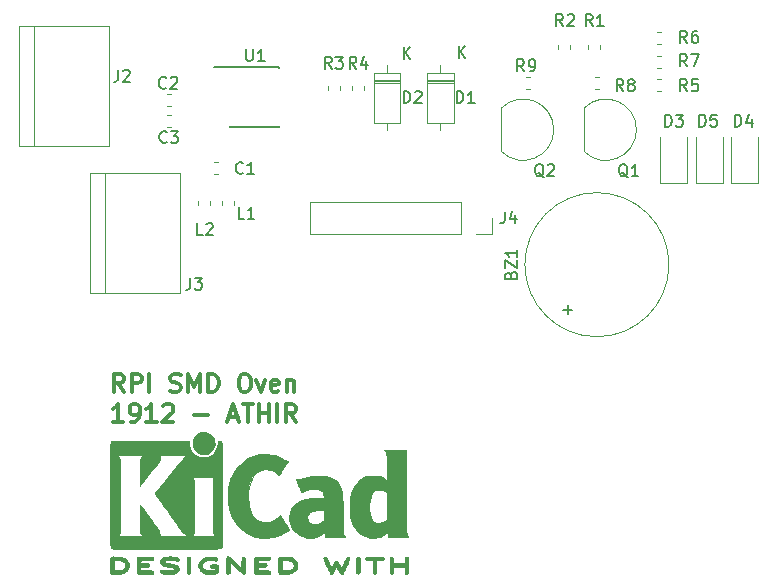
<source format=gto>
G04 #@! TF.GenerationSoftware,KiCad,Pcbnew,(5.0.0)*
G04 #@! TF.CreationDate,2019-03-22T21:44:55+01:00*
G04 #@! TF.ProjectId,rpismdoven,727069736D646F76656E2E6B69636164,rev?*
G04 #@! TF.SameCoordinates,Original*
G04 #@! TF.FileFunction,Legend,Top*
G04 #@! TF.FilePolarity,Positive*
%FSLAX46Y46*%
G04 Gerber Fmt 4.6, Leading zero omitted, Abs format (unit mm)*
G04 Created by KiCad (PCBNEW (5.0.0)) date 03/22/19 21:44:55*
%MOMM*%
%LPD*%
G01*
G04 APERTURE LIST*
%ADD10C,0.300000*%
%ADD11C,0.120000*%
%ADD12C,0.150000*%
%ADD13C,0.010000*%
G04 APERTURE END LIST*
D10*
X107964285Y-94703571D02*
X107464285Y-93989285D01*
X107107142Y-94703571D02*
X107107142Y-93203571D01*
X107678571Y-93203571D01*
X107821428Y-93275000D01*
X107892857Y-93346428D01*
X107964285Y-93489285D01*
X107964285Y-93703571D01*
X107892857Y-93846428D01*
X107821428Y-93917857D01*
X107678571Y-93989285D01*
X107107142Y-93989285D01*
X108607142Y-94703571D02*
X108607142Y-93203571D01*
X109178571Y-93203571D01*
X109321428Y-93275000D01*
X109392857Y-93346428D01*
X109464285Y-93489285D01*
X109464285Y-93703571D01*
X109392857Y-93846428D01*
X109321428Y-93917857D01*
X109178571Y-93989285D01*
X108607142Y-93989285D01*
X110107142Y-94703571D02*
X110107142Y-93203571D01*
X111892857Y-94632142D02*
X112107142Y-94703571D01*
X112464285Y-94703571D01*
X112607142Y-94632142D01*
X112678571Y-94560714D01*
X112750000Y-94417857D01*
X112750000Y-94275000D01*
X112678571Y-94132142D01*
X112607142Y-94060714D01*
X112464285Y-93989285D01*
X112178571Y-93917857D01*
X112035714Y-93846428D01*
X111964285Y-93775000D01*
X111892857Y-93632142D01*
X111892857Y-93489285D01*
X111964285Y-93346428D01*
X112035714Y-93275000D01*
X112178571Y-93203571D01*
X112535714Y-93203571D01*
X112750000Y-93275000D01*
X113392857Y-94703571D02*
X113392857Y-93203571D01*
X113892857Y-94275000D01*
X114392857Y-93203571D01*
X114392857Y-94703571D01*
X115107142Y-94703571D02*
X115107142Y-93203571D01*
X115464285Y-93203571D01*
X115678571Y-93275000D01*
X115821428Y-93417857D01*
X115892857Y-93560714D01*
X115964285Y-93846428D01*
X115964285Y-94060714D01*
X115892857Y-94346428D01*
X115821428Y-94489285D01*
X115678571Y-94632142D01*
X115464285Y-94703571D01*
X115107142Y-94703571D01*
X118035714Y-93203571D02*
X118321428Y-93203571D01*
X118464285Y-93275000D01*
X118607142Y-93417857D01*
X118678571Y-93703571D01*
X118678571Y-94203571D01*
X118607142Y-94489285D01*
X118464285Y-94632142D01*
X118321428Y-94703571D01*
X118035714Y-94703571D01*
X117892857Y-94632142D01*
X117750000Y-94489285D01*
X117678571Y-94203571D01*
X117678571Y-93703571D01*
X117750000Y-93417857D01*
X117892857Y-93275000D01*
X118035714Y-93203571D01*
X119178571Y-93703571D02*
X119535714Y-94703571D01*
X119892857Y-93703571D01*
X121035714Y-94632142D02*
X120892857Y-94703571D01*
X120607142Y-94703571D01*
X120464285Y-94632142D01*
X120392857Y-94489285D01*
X120392857Y-93917857D01*
X120464285Y-93775000D01*
X120607142Y-93703571D01*
X120892857Y-93703571D01*
X121035714Y-93775000D01*
X121107142Y-93917857D01*
X121107142Y-94060714D01*
X120392857Y-94203571D01*
X121750000Y-93703571D02*
X121750000Y-94703571D01*
X121750000Y-93846428D02*
X121821428Y-93775000D01*
X121964285Y-93703571D01*
X122178571Y-93703571D01*
X122321428Y-93775000D01*
X122392857Y-93917857D01*
X122392857Y-94703571D01*
X107857142Y-97253571D02*
X107000000Y-97253571D01*
X107428571Y-97253571D02*
X107428571Y-95753571D01*
X107285714Y-95967857D01*
X107142857Y-96110714D01*
X107000000Y-96182142D01*
X108571428Y-97253571D02*
X108857142Y-97253571D01*
X109000000Y-97182142D01*
X109071428Y-97110714D01*
X109214285Y-96896428D01*
X109285714Y-96610714D01*
X109285714Y-96039285D01*
X109214285Y-95896428D01*
X109142857Y-95825000D01*
X109000000Y-95753571D01*
X108714285Y-95753571D01*
X108571428Y-95825000D01*
X108500000Y-95896428D01*
X108428571Y-96039285D01*
X108428571Y-96396428D01*
X108500000Y-96539285D01*
X108571428Y-96610714D01*
X108714285Y-96682142D01*
X109000000Y-96682142D01*
X109142857Y-96610714D01*
X109214285Y-96539285D01*
X109285714Y-96396428D01*
X110714285Y-97253571D02*
X109857142Y-97253571D01*
X110285714Y-97253571D02*
X110285714Y-95753571D01*
X110142857Y-95967857D01*
X110000000Y-96110714D01*
X109857142Y-96182142D01*
X111285714Y-95896428D02*
X111357142Y-95825000D01*
X111500000Y-95753571D01*
X111857142Y-95753571D01*
X112000000Y-95825000D01*
X112071428Y-95896428D01*
X112142857Y-96039285D01*
X112142857Y-96182142D01*
X112071428Y-96396428D01*
X111214285Y-97253571D01*
X112142857Y-97253571D01*
X113928571Y-96682142D02*
X115071428Y-96682142D01*
X116857142Y-96825000D02*
X117571428Y-96825000D01*
X116714285Y-97253571D02*
X117214285Y-95753571D01*
X117714285Y-97253571D01*
X118000000Y-95753571D02*
X118857142Y-95753571D01*
X118428571Y-97253571D02*
X118428571Y-95753571D01*
X119357142Y-97253571D02*
X119357142Y-95753571D01*
X119357142Y-96467857D02*
X120214285Y-96467857D01*
X120214285Y-97253571D02*
X120214285Y-95753571D01*
X120928571Y-97253571D02*
X120928571Y-95753571D01*
X122500000Y-97253571D02*
X122000000Y-96539285D01*
X121642857Y-97253571D02*
X121642857Y-95753571D01*
X122214285Y-95753571D01*
X122357142Y-95825000D01*
X122428571Y-95896428D01*
X122500000Y-96039285D01*
X122500000Y-96253571D01*
X122428571Y-96396428D01*
X122357142Y-96467857D01*
X122214285Y-96539285D01*
X121642857Y-96539285D01*
D11*
G04 #@! TO.C,R8*
X147837221Y-69060000D02*
X148162779Y-69060000D01*
X147837221Y-68040000D02*
X148162779Y-68040000D01*
G04 #@! TO.C,R9*
X142037221Y-68040000D02*
X142362779Y-68040000D01*
X142037221Y-69060000D02*
X142362779Y-69060000D01*
G04 #@! TO.C,J3*
X105090000Y-76160000D02*
X105090000Y-86320000D01*
X112710000Y-76160000D02*
X105090000Y-76160000D01*
X112710000Y-86320000D02*
X112710000Y-76160000D01*
X105090000Y-86320000D02*
X112710000Y-86320000D01*
X106360000Y-86320000D02*
X106360000Y-76160000D01*
G04 #@! TO.C,D3*
X153365000Y-73150000D02*
X153365000Y-77035000D01*
X153365000Y-77035000D02*
X155635000Y-77035000D01*
X155635000Y-77035000D02*
X155635000Y-73150000D01*
G04 #@! TO.C,D5*
X158635000Y-77035000D02*
X158635000Y-73150000D01*
X156365000Y-77035000D02*
X158635000Y-77035000D01*
X156365000Y-73150000D02*
X156365000Y-77035000D01*
G04 #@! TO.C,D4*
X159365000Y-73150000D02*
X159365000Y-77035000D01*
X159365000Y-77035000D02*
X161635000Y-77035000D01*
X161635000Y-77035000D02*
X161635000Y-73150000D01*
G04 #@! TO.C,R7*
X153412779Y-67260000D02*
X153087221Y-67260000D01*
X153412779Y-66240000D02*
X153087221Y-66240000D01*
G04 #@! TO.C,R6*
X153412779Y-64240000D02*
X153087221Y-64240000D01*
X153412779Y-65260000D02*
X153087221Y-65260000D01*
G04 #@! TO.C,R5*
X153412779Y-69260000D02*
X153087221Y-69260000D01*
X153412779Y-68240000D02*
X153087221Y-68240000D01*
G04 #@! TO.C,BZ1*
X154100000Y-83950000D02*
G75*
G03X154100000Y-83950000I-6100000J0D01*
G01*
G04 #@! TO.C,Q2*
X139911522Y-74358478D02*
G75*
G03X144350000Y-72520000I1838478J1838478D01*
G01*
X139911522Y-70681522D02*
G75*
G02X144350000Y-72520000I1838478J-1838478D01*
G01*
X139900000Y-70720000D02*
X139900000Y-74320000D01*
G04 #@! TO.C,Q1*
X146900000Y-70720000D02*
X146900000Y-74320000D01*
X146911522Y-70681522D02*
G75*
G02X151350000Y-72520000I1838478J-1838478D01*
G01*
X146911522Y-74358478D02*
G75*
G03X151350000Y-72520000I1838478J1838478D01*
G01*
G04 #@! TO.C,C1*
X115912779Y-76260000D02*
X115587221Y-76260000D01*
X115912779Y-75240000D02*
X115587221Y-75240000D01*
G04 #@! TO.C,C2*
X111912779Y-69490000D02*
X111587221Y-69490000D01*
X111912779Y-70510000D02*
X111587221Y-70510000D01*
G04 #@! TO.C,C3*
X111912779Y-72260000D02*
X111587221Y-72260000D01*
X111912779Y-71240000D02*
X111587221Y-71240000D01*
G04 #@! TO.C,J4*
X136480000Y-78670000D02*
X136480000Y-81330000D01*
X136480000Y-78670000D02*
X123720000Y-78670000D01*
X123720000Y-78670000D02*
X123720000Y-81330000D01*
X136480000Y-81330000D02*
X123720000Y-81330000D01*
X139080000Y-81330000D02*
X137750000Y-81330000D01*
X139080000Y-80000000D02*
X139080000Y-81330000D01*
G04 #@! TO.C,D2*
X131370000Y-68290000D02*
X129130000Y-68290000D01*
X131370000Y-68530000D02*
X129130000Y-68530000D01*
X131370000Y-68410000D02*
X129130000Y-68410000D01*
X130250000Y-72580000D02*
X130250000Y-71930000D01*
X130250000Y-67040000D02*
X130250000Y-67690000D01*
X131370000Y-71930000D02*
X131370000Y-67690000D01*
X129130000Y-71930000D02*
X131370000Y-71930000D01*
X129130000Y-67690000D02*
X129130000Y-71930000D01*
X131370000Y-67690000D02*
X129130000Y-67690000D01*
G04 #@! TO.C,D1*
X135870000Y-67690000D02*
X133630000Y-67690000D01*
X133630000Y-67690000D02*
X133630000Y-71930000D01*
X133630000Y-71930000D02*
X135870000Y-71930000D01*
X135870000Y-71930000D02*
X135870000Y-67690000D01*
X134750000Y-67040000D02*
X134750000Y-67690000D01*
X134750000Y-72580000D02*
X134750000Y-71930000D01*
X135870000Y-68410000D02*
X133630000Y-68410000D01*
X135870000Y-68530000D02*
X133630000Y-68530000D01*
X135870000Y-68290000D02*
X133630000Y-68290000D01*
G04 #@! TO.C,L2*
X114240000Y-78587221D02*
X114240000Y-78912779D01*
X115260000Y-78587221D02*
X115260000Y-78912779D01*
G04 #@! TO.C,L1*
X117260000Y-78587221D02*
X117260000Y-78912779D01*
X116240000Y-78587221D02*
X116240000Y-78912779D01*
D12*
G04 #@! TO.C,U1*
X116975000Y-67175000D02*
X116975000Y-67225000D01*
X121125000Y-67175000D02*
X121125000Y-67320000D01*
X121125000Y-72325000D02*
X121125000Y-72180000D01*
X116975000Y-72325000D02*
X116975000Y-72180000D01*
X116975000Y-67175000D02*
X121125000Y-67175000D01*
X116975000Y-72325000D02*
X121125000Y-72325000D01*
X116975000Y-67225000D02*
X115575000Y-67225000D01*
D11*
G04 #@! TO.C,R1*
X148260000Y-65662779D02*
X148260000Y-65337221D01*
X147240000Y-65662779D02*
X147240000Y-65337221D01*
G04 #@! TO.C,R2*
X144740000Y-65662779D02*
X144740000Y-65337221D01*
X145760000Y-65662779D02*
X145760000Y-65337221D01*
G04 #@! TO.C,R3*
X125240000Y-68837221D02*
X125240000Y-69162779D01*
X126260000Y-68837221D02*
X126260000Y-69162779D01*
G04 #@! TO.C,R4*
X128260000Y-68837221D02*
X128260000Y-69162779D01*
X127240000Y-68837221D02*
X127240000Y-69162779D01*
G04 #@! TO.C,J2*
X100360000Y-73920000D02*
X100360000Y-63760000D01*
X99090000Y-73920000D02*
X106710000Y-73920000D01*
X106710000Y-73920000D02*
X106710000Y-63760000D01*
X106710000Y-63760000D02*
X99090000Y-63760000D01*
X99090000Y-63760000D02*
X99090000Y-73920000D01*
D13*
G04 #@! TO.C,REF\002A\002A*
G36*
X114833620Y-98126594D02*
X115027030Y-98175286D01*
X115200971Y-98261332D01*
X115351260Y-98381421D01*
X115473716Y-98532243D01*
X115564155Y-98710486D01*
X115616914Y-98903967D01*
X115628668Y-99099364D01*
X115598827Y-99287920D01*
X115531126Y-99464419D01*
X115429297Y-99623645D01*
X115297075Y-99760385D01*
X115138192Y-99869422D01*
X114956383Y-99945540D01*
X114853394Y-99970498D01*
X114764001Y-99985608D01*
X114695091Y-99991579D01*
X114628876Y-99987913D01*
X114547566Y-99974113D01*
X114481078Y-99960100D01*
X114293412Y-99896800D01*
X114125319Y-99794096D01*
X113980584Y-99655102D01*
X113862993Y-99482935D01*
X113834971Y-99428214D01*
X113801949Y-99355155D01*
X113781240Y-99293803D01*
X113770059Y-99229252D01*
X113765620Y-99146599D01*
X113765061Y-99054018D01*
X113773271Y-98884549D01*
X113800221Y-98745373D01*
X113850826Y-98623582D01*
X113929998Y-98506272D01*
X114007438Y-98417349D01*
X114151864Y-98285125D01*
X114302721Y-98193855D01*
X114468962Y-98139208D01*
X114624922Y-98118567D01*
X114833620Y-98126594D01*
X114833620Y-98126594D01*
G37*
X114833620Y-98126594D02*
X115027030Y-98175286D01*
X115200971Y-98261332D01*
X115351260Y-98381421D01*
X115473716Y-98532243D01*
X115564155Y-98710486D01*
X115616914Y-98903967D01*
X115628668Y-99099364D01*
X115598827Y-99287920D01*
X115531126Y-99464419D01*
X115429297Y-99623645D01*
X115297075Y-99760385D01*
X115138192Y-99869422D01*
X114956383Y-99945540D01*
X114853394Y-99970498D01*
X114764001Y-99985608D01*
X114695091Y-99991579D01*
X114628876Y-99987913D01*
X114547566Y-99974113D01*
X114481078Y-99960100D01*
X114293412Y-99896800D01*
X114125319Y-99794096D01*
X113980584Y-99655102D01*
X113862993Y-99482935D01*
X113834971Y-99428214D01*
X113801949Y-99355155D01*
X113781240Y-99293803D01*
X113770059Y-99229252D01*
X113765620Y-99146599D01*
X113765061Y-99054018D01*
X113773271Y-98884549D01*
X113800221Y-98745373D01*
X113850826Y-98623582D01*
X113929998Y-98506272D01*
X114007438Y-98417349D01*
X114151864Y-98285125D01*
X114302721Y-98193855D01*
X114468962Y-98139208D01*
X114624922Y-98118567D01*
X114833620Y-98126594D01*
G36*
X131828251Y-103039777D02*
X131828290Y-103510705D01*
X131828342Y-103938488D01*
X131828488Y-104325338D01*
X131828805Y-104673466D01*
X131829371Y-104985085D01*
X131830265Y-105262406D01*
X131831565Y-105507640D01*
X131833349Y-105723001D01*
X131835697Y-105910700D01*
X131838685Y-106072948D01*
X131842393Y-106211957D01*
X131846899Y-106329940D01*
X131852282Y-106429109D01*
X131858619Y-106511674D01*
X131865988Y-106579848D01*
X131874470Y-106635843D01*
X131884141Y-106681870D01*
X131895079Y-106720143D01*
X131907365Y-106752871D01*
X131921075Y-106782268D01*
X131936288Y-106810544D01*
X131953083Y-106839913D01*
X131963516Y-106858207D01*
X132032352Y-106980179D01*
X130308393Y-106980179D01*
X130308393Y-106787411D01*
X130306923Y-106700296D01*
X130303002Y-106633671D01*
X130297359Y-106597950D01*
X130294864Y-106594643D01*
X130271918Y-106608472D01*
X130226286Y-106644317D01*
X130180684Y-106683239D01*
X130071027Y-106765072D01*
X129931450Y-106847445D01*
X129776659Y-106922791D01*
X129621360Y-106983543D01*
X129559380Y-107002926D01*
X129421773Y-107032188D01*
X129255331Y-107052199D01*
X129075746Y-107062331D01*
X128898713Y-107061956D01*
X128739925Y-107050445D01*
X128664197Y-107038777D01*
X128386770Y-106962314D01*
X128131031Y-106846351D01*
X127898355Y-106691942D01*
X127690119Y-106500144D01*
X127507701Y-106272012D01*
X127373501Y-106049426D01*
X127263276Y-105814872D01*
X127178900Y-105575108D01*
X127118639Y-105321996D01*
X127080759Y-105047398D01*
X127063526Y-104743174D01*
X127062066Y-104587589D01*
X127066274Y-104473527D01*
X128731909Y-104473527D01*
X128732327Y-104660495D01*
X128738179Y-104836658D01*
X128749554Y-104991506D01*
X128766540Y-105114527D01*
X128771730Y-105139319D01*
X128835616Y-105354843D01*
X128919306Y-105529670D01*
X129023498Y-105664237D01*
X129148891Y-105758983D01*
X129296185Y-105814350D01*
X129466077Y-105830774D01*
X129659267Y-105808695D01*
X129786786Y-105777111D01*
X129885511Y-105740569D01*
X129994252Y-105688642D01*
X130075938Y-105641026D01*
X130217679Y-105547877D01*
X130217679Y-103237225D01*
X130082262Y-103149701D01*
X129924510Y-103067490D01*
X129755387Y-103013951D01*
X129584379Y-102989996D01*
X129420971Y-102996539D01*
X129274647Y-103034493D01*
X129210454Y-103065770D01*
X129094088Y-103152148D01*
X128995736Y-103266199D01*
X128913060Y-103412092D01*
X128843721Y-103593992D01*
X128785380Y-103816069D01*
X128782806Y-103827857D01*
X128762374Y-103952921D01*
X128747021Y-104109229D01*
X128736837Y-104286268D01*
X128731909Y-104473527D01*
X127066274Y-104473527D01*
X127077839Y-104160058D01*
X127121924Y-103766637D01*
X127194214Y-103407587D01*
X127294606Y-103083170D01*
X127422995Y-102793646D01*
X127579278Y-102539276D01*
X127763350Y-102320321D01*
X127975107Y-102137042D01*
X128065839Y-102074864D01*
X128268638Y-101962068D01*
X128476141Y-101882492D01*
X128697300Y-101833957D01*
X128941066Y-101814280D01*
X129126903Y-101816380D01*
X129387369Y-101838410D01*
X129613562Y-101882236D01*
X129812027Y-101949872D01*
X129989306Y-102043331D01*
X130087473Y-102112060D01*
X130146468Y-102156085D01*
X130190043Y-102186160D01*
X130206536Y-102195000D01*
X130209780Y-102173245D01*
X130212373Y-102111665D01*
X130214340Y-102015788D01*
X130215705Y-101891141D01*
X130216495Y-101743250D01*
X130216735Y-101577644D01*
X130216450Y-101399849D01*
X130215665Y-101215393D01*
X130214406Y-101029803D01*
X130212698Y-100848606D01*
X130210567Y-100677330D01*
X130208037Y-100521501D01*
X130205135Y-100386648D01*
X130201886Y-100278297D01*
X130198315Y-100201975D01*
X130197327Y-100187946D01*
X130182105Y-100046486D01*
X130158879Y-99935696D01*
X130123243Y-99841032D01*
X130070791Y-99747952D01*
X130058201Y-99728705D01*
X130009118Y-99655000D01*
X131827857Y-99655000D01*
X131828251Y-103039777D01*
X131828251Y-103039777D01*
G37*
X131828251Y-103039777D02*
X131828290Y-103510705D01*
X131828342Y-103938488D01*
X131828488Y-104325338D01*
X131828805Y-104673466D01*
X131829371Y-104985085D01*
X131830265Y-105262406D01*
X131831565Y-105507640D01*
X131833349Y-105723001D01*
X131835697Y-105910700D01*
X131838685Y-106072948D01*
X131842393Y-106211957D01*
X131846899Y-106329940D01*
X131852282Y-106429109D01*
X131858619Y-106511674D01*
X131865988Y-106579848D01*
X131874470Y-106635843D01*
X131884141Y-106681870D01*
X131895079Y-106720143D01*
X131907365Y-106752871D01*
X131921075Y-106782268D01*
X131936288Y-106810544D01*
X131953083Y-106839913D01*
X131963516Y-106858207D01*
X132032352Y-106980179D01*
X130308393Y-106980179D01*
X130308393Y-106787411D01*
X130306923Y-106700296D01*
X130303002Y-106633671D01*
X130297359Y-106597950D01*
X130294864Y-106594643D01*
X130271918Y-106608472D01*
X130226286Y-106644317D01*
X130180684Y-106683239D01*
X130071027Y-106765072D01*
X129931450Y-106847445D01*
X129776659Y-106922791D01*
X129621360Y-106983543D01*
X129559380Y-107002926D01*
X129421773Y-107032188D01*
X129255331Y-107052199D01*
X129075746Y-107062331D01*
X128898713Y-107061956D01*
X128739925Y-107050445D01*
X128664197Y-107038777D01*
X128386770Y-106962314D01*
X128131031Y-106846351D01*
X127898355Y-106691942D01*
X127690119Y-106500144D01*
X127507701Y-106272012D01*
X127373501Y-106049426D01*
X127263276Y-105814872D01*
X127178900Y-105575108D01*
X127118639Y-105321996D01*
X127080759Y-105047398D01*
X127063526Y-104743174D01*
X127062066Y-104587589D01*
X127066274Y-104473527D01*
X128731909Y-104473527D01*
X128732327Y-104660495D01*
X128738179Y-104836658D01*
X128749554Y-104991506D01*
X128766540Y-105114527D01*
X128771730Y-105139319D01*
X128835616Y-105354843D01*
X128919306Y-105529670D01*
X129023498Y-105664237D01*
X129148891Y-105758983D01*
X129296185Y-105814350D01*
X129466077Y-105830774D01*
X129659267Y-105808695D01*
X129786786Y-105777111D01*
X129885511Y-105740569D01*
X129994252Y-105688642D01*
X130075938Y-105641026D01*
X130217679Y-105547877D01*
X130217679Y-103237225D01*
X130082262Y-103149701D01*
X129924510Y-103067490D01*
X129755387Y-103013951D01*
X129584379Y-102989996D01*
X129420971Y-102996539D01*
X129274647Y-103034493D01*
X129210454Y-103065770D01*
X129094088Y-103152148D01*
X128995736Y-103266199D01*
X128913060Y-103412092D01*
X128843721Y-103593992D01*
X128785380Y-103816069D01*
X128782806Y-103827857D01*
X128762374Y-103952921D01*
X128747021Y-104109229D01*
X128736837Y-104286268D01*
X128731909Y-104473527D01*
X127066274Y-104473527D01*
X127077839Y-104160058D01*
X127121924Y-103766637D01*
X127194214Y-103407587D01*
X127294606Y-103083170D01*
X127422995Y-102793646D01*
X127579278Y-102539276D01*
X127763350Y-102320321D01*
X127975107Y-102137042D01*
X128065839Y-102074864D01*
X128268638Y-101962068D01*
X128476141Y-101882492D01*
X128697300Y-101833957D01*
X128941066Y-101814280D01*
X129126903Y-101816380D01*
X129387369Y-101838410D01*
X129613562Y-101882236D01*
X129812027Y-101949872D01*
X129989306Y-102043331D01*
X130087473Y-102112060D01*
X130146468Y-102156085D01*
X130190043Y-102186160D01*
X130206536Y-102195000D01*
X130209780Y-102173245D01*
X130212373Y-102111665D01*
X130214340Y-102015788D01*
X130215705Y-101891141D01*
X130216495Y-101743250D01*
X130216735Y-101577644D01*
X130216450Y-101399849D01*
X130215665Y-101215393D01*
X130214406Y-101029803D01*
X130212698Y-100848606D01*
X130210567Y-100677330D01*
X130208037Y-100521501D01*
X130205135Y-100386648D01*
X130201886Y-100278297D01*
X130198315Y-100201975D01*
X130197327Y-100187946D01*
X130182105Y-100046486D01*
X130158879Y-99935696D01*
X130123243Y-99841032D01*
X130070791Y-99747952D01*
X130058201Y-99728705D01*
X130009118Y-99655000D01*
X131827857Y-99655000D01*
X131828251Y-103039777D01*
G36*
X124771019Y-101822984D02*
X125076212Y-101863192D01*
X125347948Y-101930762D01*
X125587981Y-102026233D01*
X125798066Y-102150143D01*
X125953978Y-102277831D01*
X126092274Y-102426761D01*
X126200236Y-102587017D01*
X126286427Y-102772281D01*
X126317514Y-102858805D01*
X126343347Y-102937115D01*
X126365851Y-103009732D01*
X126385286Y-103080336D01*
X126401912Y-103152610D01*
X126415989Y-103230234D01*
X126427779Y-103316890D01*
X126437540Y-103416259D01*
X126445535Y-103532022D01*
X126452022Y-103667861D01*
X126457264Y-103827457D01*
X126461519Y-104014491D01*
X126465048Y-104232644D01*
X126468112Y-104485598D01*
X126470972Y-104777033D01*
X126473487Y-105063839D01*
X126476152Y-105377615D01*
X126478574Y-105649364D01*
X126481004Y-105882413D01*
X126483695Y-106080090D01*
X126486899Y-106245722D01*
X126490866Y-106382636D01*
X126495851Y-106494160D01*
X126502103Y-106583622D01*
X126509876Y-106654348D01*
X126519420Y-106709666D01*
X126530989Y-106752903D01*
X126544834Y-106787388D01*
X126561207Y-106816446D01*
X126580359Y-106843406D01*
X126602543Y-106871594D01*
X126611183Y-106882509D01*
X126642963Y-106928390D01*
X126657098Y-106959635D01*
X126657143Y-106960558D01*
X126635292Y-106964975D01*
X126573044Y-106969045D01*
X126475361Y-106972652D01*
X126347204Y-106975683D01*
X126193532Y-106978023D01*
X126019307Y-106979558D01*
X125829490Y-106980172D01*
X125807580Y-106980179D01*
X124958016Y-106980179D01*
X124951464Y-106787188D01*
X124944911Y-106594197D01*
X124820179Y-106696627D01*
X124624650Y-106832257D01*
X124403866Y-106942129D01*
X124230165Y-107002857D01*
X124091407Y-107032365D01*
X123923958Y-107052440D01*
X123743624Y-107062458D01*
X123566207Y-107061790D01*
X123407513Y-107049812D01*
X123334732Y-107038334D01*
X123053445Y-106962272D01*
X122799465Y-106852096D01*
X122574629Y-106709446D01*
X122380774Y-106535962D01*
X122219734Y-106333284D01*
X122093346Y-106103054D01*
X122004199Y-105849745D01*
X121979420Y-105736073D01*
X121964133Y-105611119D01*
X121956843Y-105460774D01*
X121955849Y-105392679D01*
X121955980Y-105386280D01*
X123482641Y-105386280D01*
X123501312Y-105537053D01*
X123557937Y-105665277D01*
X123655307Y-105777050D01*
X123665466Y-105785914D01*
X123762486Y-105855879D01*
X123866365Y-105901244D01*
X123988371Y-105925192D01*
X124139770Y-105930904D01*
X124176147Y-105930090D01*
X124284264Y-105924761D01*
X124364681Y-105913880D01*
X124435027Y-105893462D01*
X124512931Y-105859520D01*
X124534310Y-105849117D01*
X124656154Y-105777141D01*
X124750209Y-105691496D01*
X124775797Y-105660884D01*
X124865536Y-105547356D01*
X124865536Y-105153855D01*
X124864460Y-104995860D01*
X124861065Y-104879441D01*
X124855102Y-104800865D01*
X124846321Y-104756399D01*
X124838115Y-104743408D01*
X124806122Y-104737052D01*
X124738254Y-104731784D01*
X124643987Y-104728101D01*
X124532800Y-104726499D01*
X124514945Y-104726469D01*
X124272316Y-104737023D01*
X124066059Y-104769502D01*
X123892179Y-104825145D01*
X123746681Y-104905195D01*
X123636331Y-104999514D01*
X123546839Y-105115804D01*
X123497170Y-105242463D01*
X123482641Y-105386280D01*
X121955980Y-105386280D01*
X121959733Y-105204331D01*
X121976496Y-105045828D01*
X122009133Y-104902747D01*
X122060635Y-104760665D01*
X122108842Y-104655454D01*
X122226603Y-104464009D01*
X122383494Y-104287171D01*
X122574741Y-104128160D01*
X122795569Y-103990192D01*
X123041205Y-103876488D01*
X123306874Y-103790265D01*
X123436786Y-103760253D01*
X123710365Y-103715846D01*
X124008582Y-103686549D01*
X124312846Y-103673731D01*
X124567093Y-103677010D01*
X124892312Y-103690629D01*
X124877406Y-103572145D01*
X124838648Y-103372953D01*
X124776103Y-103210792D01*
X124688041Y-103084418D01*
X124572732Y-102992590D01*
X124428446Y-102934063D01*
X124253453Y-102907594D01*
X124046022Y-102911941D01*
X123969732Y-102919979D01*
X123686091Y-102970539D01*
X123411243Y-103052974D01*
X123221340Y-103129316D01*
X123130617Y-103168238D01*
X123053409Y-103199518D01*
X123000471Y-103218893D01*
X122985026Y-103223007D01*
X122965450Y-103204769D01*
X122931864Y-103146571D01*
X122883950Y-103047757D01*
X122821393Y-102907669D01*
X122743877Y-102725649D01*
X122730623Y-102693929D01*
X122670242Y-102548649D01*
X122616042Y-102417371D01*
X122570364Y-102305837D01*
X122535548Y-102219787D01*
X122513936Y-102164961D01*
X122507695Y-102147204D01*
X122527782Y-102137652D01*
X122580570Y-102127051D01*
X122637366Y-102119659D01*
X122697950Y-102110103D01*
X122793951Y-102091128D01*
X122916856Y-102064594D01*
X123058150Y-102032361D01*
X123209320Y-101996289D01*
X123266697Y-101982182D01*
X123477757Y-101930777D01*
X123653867Y-101890473D01*
X123803709Y-101859982D01*
X123935967Y-101838016D01*
X124059324Y-101823289D01*
X124182460Y-101814511D01*
X124314061Y-101810397D01*
X124430614Y-101809598D01*
X124771019Y-101822984D01*
X124771019Y-101822984D01*
G37*
X124771019Y-101822984D02*
X125076212Y-101863192D01*
X125347948Y-101930762D01*
X125587981Y-102026233D01*
X125798066Y-102150143D01*
X125953978Y-102277831D01*
X126092274Y-102426761D01*
X126200236Y-102587017D01*
X126286427Y-102772281D01*
X126317514Y-102858805D01*
X126343347Y-102937115D01*
X126365851Y-103009732D01*
X126385286Y-103080336D01*
X126401912Y-103152610D01*
X126415989Y-103230234D01*
X126427779Y-103316890D01*
X126437540Y-103416259D01*
X126445535Y-103532022D01*
X126452022Y-103667861D01*
X126457264Y-103827457D01*
X126461519Y-104014491D01*
X126465048Y-104232644D01*
X126468112Y-104485598D01*
X126470972Y-104777033D01*
X126473487Y-105063839D01*
X126476152Y-105377615D01*
X126478574Y-105649364D01*
X126481004Y-105882413D01*
X126483695Y-106080090D01*
X126486899Y-106245722D01*
X126490866Y-106382636D01*
X126495851Y-106494160D01*
X126502103Y-106583622D01*
X126509876Y-106654348D01*
X126519420Y-106709666D01*
X126530989Y-106752903D01*
X126544834Y-106787388D01*
X126561207Y-106816446D01*
X126580359Y-106843406D01*
X126602543Y-106871594D01*
X126611183Y-106882509D01*
X126642963Y-106928390D01*
X126657098Y-106959635D01*
X126657143Y-106960558D01*
X126635292Y-106964975D01*
X126573044Y-106969045D01*
X126475361Y-106972652D01*
X126347204Y-106975683D01*
X126193532Y-106978023D01*
X126019307Y-106979558D01*
X125829490Y-106980172D01*
X125807580Y-106980179D01*
X124958016Y-106980179D01*
X124951464Y-106787188D01*
X124944911Y-106594197D01*
X124820179Y-106696627D01*
X124624650Y-106832257D01*
X124403866Y-106942129D01*
X124230165Y-107002857D01*
X124091407Y-107032365D01*
X123923958Y-107052440D01*
X123743624Y-107062458D01*
X123566207Y-107061790D01*
X123407513Y-107049812D01*
X123334732Y-107038334D01*
X123053445Y-106962272D01*
X122799465Y-106852096D01*
X122574629Y-106709446D01*
X122380774Y-106535962D01*
X122219734Y-106333284D01*
X122093346Y-106103054D01*
X122004199Y-105849745D01*
X121979420Y-105736073D01*
X121964133Y-105611119D01*
X121956843Y-105460774D01*
X121955849Y-105392679D01*
X121955980Y-105386280D01*
X123482641Y-105386280D01*
X123501312Y-105537053D01*
X123557937Y-105665277D01*
X123655307Y-105777050D01*
X123665466Y-105785914D01*
X123762486Y-105855879D01*
X123866365Y-105901244D01*
X123988371Y-105925192D01*
X124139770Y-105930904D01*
X124176147Y-105930090D01*
X124284264Y-105924761D01*
X124364681Y-105913880D01*
X124435027Y-105893462D01*
X124512931Y-105859520D01*
X124534310Y-105849117D01*
X124656154Y-105777141D01*
X124750209Y-105691496D01*
X124775797Y-105660884D01*
X124865536Y-105547356D01*
X124865536Y-105153855D01*
X124864460Y-104995860D01*
X124861065Y-104879441D01*
X124855102Y-104800865D01*
X124846321Y-104756399D01*
X124838115Y-104743408D01*
X124806122Y-104737052D01*
X124738254Y-104731784D01*
X124643987Y-104728101D01*
X124532800Y-104726499D01*
X124514945Y-104726469D01*
X124272316Y-104737023D01*
X124066059Y-104769502D01*
X123892179Y-104825145D01*
X123746681Y-104905195D01*
X123636331Y-104999514D01*
X123546839Y-105115804D01*
X123497170Y-105242463D01*
X123482641Y-105386280D01*
X121955980Y-105386280D01*
X121959733Y-105204331D01*
X121976496Y-105045828D01*
X122009133Y-104902747D01*
X122060635Y-104760665D01*
X122108842Y-104655454D01*
X122226603Y-104464009D01*
X122383494Y-104287171D01*
X122574741Y-104128160D01*
X122795569Y-103990192D01*
X123041205Y-103876488D01*
X123306874Y-103790265D01*
X123436786Y-103760253D01*
X123710365Y-103715846D01*
X124008582Y-103686549D01*
X124312846Y-103673731D01*
X124567093Y-103677010D01*
X124892312Y-103690629D01*
X124877406Y-103572145D01*
X124838648Y-103372953D01*
X124776103Y-103210792D01*
X124688041Y-103084418D01*
X124572732Y-102992590D01*
X124428446Y-102934063D01*
X124253453Y-102907594D01*
X124046022Y-102911941D01*
X123969732Y-102919979D01*
X123686091Y-102970539D01*
X123411243Y-103052974D01*
X123221340Y-103129316D01*
X123130617Y-103168238D01*
X123053409Y-103199518D01*
X123000471Y-103218893D01*
X122985026Y-103223007D01*
X122965450Y-103204769D01*
X122931864Y-103146571D01*
X122883950Y-103047757D01*
X122821393Y-102907669D01*
X122743877Y-102725649D01*
X122730623Y-102693929D01*
X122670242Y-102548649D01*
X122616042Y-102417371D01*
X122570364Y-102305837D01*
X122535548Y-102219787D01*
X122513936Y-102164961D01*
X122507695Y-102147204D01*
X122527782Y-102137652D01*
X122580570Y-102127051D01*
X122637366Y-102119659D01*
X122697950Y-102110103D01*
X122793951Y-102091128D01*
X122916856Y-102064594D01*
X123058150Y-102032361D01*
X123209320Y-101996289D01*
X123266697Y-101982182D01*
X123477757Y-101930777D01*
X123653867Y-101890473D01*
X123803709Y-101859982D01*
X123935967Y-101838016D01*
X124059324Y-101823289D01*
X124182460Y-101814511D01*
X124314061Y-101810397D01*
X124430614Y-101809598D01*
X124771019Y-101822984D01*
G36*
X120059791Y-99979830D02*
X120381503Y-100022366D01*
X120710847Y-100103005D01*
X121051969Y-100222544D01*
X121409015Y-100381783D01*
X121431651Y-100392922D01*
X121547556Y-100449223D01*
X121651111Y-100497593D01*
X121734760Y-100534652D01*
X121790951Y-100557025D01*
X121810179Y-100562143D01*
X121848784Y-100572203D01*
X121858048Y-100580652D01*
X121847796Y-100601611D01*
X121815573Y-100654422D01*
X121765088Y-100733551D01*
X121700051Y-100833463D01*
X121624172Y-100948625D01*
X121541161Y-101073501D01*
X121454729Y-101202558D01*
X121368583Y-101330261D01*
X121286436Y-101451076D01*
X121211996Y-101559469D01*
X121148974Y-101649905D01*
X121101079Y-101716851D01*
X121072021Y-101754771D01*
X121068033Y-101759169D01*
X121047706Y-101749831D01*
X121002825Y-101715324D01*
X120941411Y-101662045D01*
X120909783Y-101632963D01*
X120715943Y-101481728D01*
X120501569Y-101370351D01*
X120269529Y-101299836D01*
X120022692Y-101271188D01*
X119883272Y-101273540D01*
X119639913Y-101308015D01*
X119420502Y-101380100D01*
X119224385Y-101490320D01*
X119050905Y-101639203D01*
X118899407Y-101827275D01*
X118769234Y-102055064D01*
X118694065Y-102229018D01*
X118605968Y-102501629D01*
X118541039Y-102797913D01*
X118499110Y-103110229D01*
X118480013Y-103430938D01*
X118483582Y-103752400D01*
X118509649Y-104066975D01*
X118558047Y-104367022D01*
X118628609Y-104644901D01*
X118721167Y-104892973D01*
X118753876Y-104961786D01*
X118890978Y-105190977D01*
X119052616Y-105384824D01*
X119236415Y-105541748D01*
X119440001Y-105660168D01*
X119661001Y-105738506D01*
X119897040Y-105775181D01*
X119980346Y-105777879D01*
X120224548Y-105755940D01*
X120466498Y-105690014D01*
X120703125Y-105581463D01*
X120931362Y-105431648D01*
X121114993Y-105274296D01*
X121208469Y-105184837D01*
X121572623Y-105782017D01*
X121663221Y-105931004D01*
X121746065Y-106068039D01*
X121818218Y-106188199D01*
X121876741Y-106286558D01*
X121918695Y-106358194D01*
X121941142Y-106398182D01*
X121944059Y-106404399D01*
X121927527Y-106423764D01*
X121876141Y-106458479D01*
X121796398Y-106505256D01*
X121694794Y-106560805D01*
X121577828Y-106621839D01*
X121451996Y-106685070D01*
X121323794Y-106747209D01*
X121199720Y-106804968D01*
X121086271Y-106855060D01*
X120989944Y-106894196D01*
X120942830Y-106911130D01*
X120674105Y-106987097D01*
X120397086Y-107037326D01*
X120100357Y-107063450D01*
X119845648Y-107068127D01*
X119709130Y-107065928D01*
X119577342Y-107061714D01*
X119461969Y-107056005D01*
X119374695Y-107049320D01*
X119346359Y-107045938D01*
X119067088Y-106988010D01*
X118782771Y-106897368D01*
X118506579Y-106779408D01*
X118251686Y-106639527D01*
X118095982Y-106533697D01*
X117840030Y-106316328D01*
X117602368Y-106062063D01*
X117387399Y-105777187D01*
X117199525Y-105467982D01*
X117043147Y-105140731D01*
X116955046Y-104905089D01*
X116854102Y-104536195D01*
X116786806Y-104145364D01*
X116753135Y-103741055D01*
X116753069Y-103331722D01*
X116786588Y-102925823D01*
X116853669Y-102531814D01*
X116954292Y-102158152D01*
X116961959Y-102134872D01*
X117088287Y-101809318D01*
X117242467Y-101512163D01*
X117429728Y-101234996D01*
X117655301Y-100969408D01*
X117743423Y-100878479D01*
X118016923Y-100629489D01*
X118298085Y-100423489D01*
X118591227Y-100258237D01*
X118900665Y-100131490D01*
X119230713Y-100041005D01*
X119422679Y-100005869D01*
X119741565Y-99974597D01*
X120059791Y-99979830D01*
X120059791Y-99979830D01*
G37*
X120059791Y-99979830D02*
X120381503Y-100022366D01*
X120710847Y-100103005D01*
X121051969Y-100222544D01*
X121409015Y-100381783D01*
X121431651Y-100392922D01*
X121547556Y-100449223D01*
X121651111Y-100497593D01*
X121734760Y-100534652D01*
X121790951Y-100557025D01*
X121810179Y-100562143D01*
X121848784Y-100572203D01*
X121858048Y-100580652D01*
X121847796Y-100601611D01*
X121815573Y-100654422D01*
X121765088Y-100733551D01*
X121700051Y-100833463D01*
X121624172Y-100948625D01*
X121541161Y-101073501D01*
X121454729Y-101202558D01*
X121368583Y-101330261D01*
X121286436Y-101451076D01*
X121211996Y-101559469D01*
X121148974Y-101649905D01*
X121101079Y-101716851D01*
X121072021Y-101754771D01*
X121068033Y-101759169D01*
X121047706Y-101749831D01*
X121002825Y-101715324D01*
X120941411Y-101662045D01*
X120909783Y-101632963D01*
X120715943Y-101481728D01*
X120501569Y-101370351D01*
X120269529Y-101299836D01*
X120022692Y-101271188D01*
X119883272Y-101273540D01*
X119639913Y-101308015D01*
X119420502Y-101380100D01*
X119224385Y-101490320D01*
X119050905Y-101639203D01*
X118899407Y-101827275D01*
X118769234Y-102055064D01*
X118694065Y-102229018D01*
X118605968Y-102501629D01*
X118541039Y-102797913D01*
X118499110Y-103110229D01*
X118480013Y-103430938D01*
X118483582Y-103752400D01*
X118509649Y-104066975D01*
X118558047Y-104367022D01*
X118628609Y-104644901D01*
X118721167Y-104892973D01*
X118753876Y-104961786D01*
X118890978Y-105190977D01*
X119052616Y-105384824D01*
X119236415Y-105541748D01*
X119440001Y-105660168D01*
X119661001Y-105738506D01*
X119897040Y-105775181D01*
X119980346Y-105777879D01*
X120224548Y-105755940D01*
X120466498Y-105690014D01*
X120703125Y-105581463D01*
X120931362Y-105431648D01*
X121114993Y-105274296D01*
X121208469Y-105184837D01*
X121572623Y-105782017D01*
X121663221Y-105931004D01*
X121746065Y-106068039D01*
X121818218Y-106188199D01*
X121876741Y-106286558D01*
X121918695Y-106358194D01*
X121941142Y-106398182D01*
X121944059Y-106404399D01*
X121927527Y-106423764D01*
X121876141Y-106458479D01*
X121796398Y-106505256D01*
X121694794Y-106560805D01*
X121577828Y-106621839D01*
X121451996Y-106685070D01*
X121323794Y-106747209D01*
X121199720Y-106804968D01*
X121086271Y-106855060D01*
X120989944Y-106894196D01*
X120942830Y-106911130D01*
X120674105Y-106987097D01*
X120397086Y-107037326D01*
X120100357Y-107063450D01*
X119845648Y-107068127D01*
X119709130Y-107065928D01*
X119577342Y-107061714D01*
X119461969Y-107056005D01*
X119374695Y-107049320D01*
X119346359Y-107045938D01*
X119067088Y-106988010D01*
X118782771Y-106897368D01*
X118506579Y-106779408D01*
X118251686Y-106639527D01*
X118095982Y-106533697D01*
X117840030Y-106316328D01*
X117602368Y-106062063D01*
X117387399Y-105777187D01*
X117199525Y-105467982D01*
X117043147Y-105140731D01*
X116955046Y-104905089D01*
X116854102Y-104536195D01*
X116786806Y-104145364D01*
X116753135Y-103741055D01*
X116753069Y-103331722D01*
X116786588Y-102925823D01*
X116853669Y-102531814D01*
X116954292Y-102158152D01*
X116961959Y-102134872D01*
X117088287Y-101809318D01*
X117242467Y-101512163D01*
X117429728Y-101234996D01*
X117655301Y-100969408D01*
X117743423Y-100878479D01*
X118016923Y-100629489D01*
X118298085Y-100423489D01*
X118591227Y-100258237D01*
X118900665Y-100131490D01*
X119230713Y-100041005D01*
X119422679Y-100005869D01*
X119741565Y-99974597D01*
X120059791Y-99979830D01*
G36*
X113480893Y-99055689D02*
X113502720Y-99284585D01*
X113566237Y-99500791D01*
X113668497Y-99699673D01*
X113806554Y-99876597D01*
X113977462Y-100026929D01*
X114172302Y-100143181D01*
X114385788Y-100222777D01*
X114600771Y-100260080D01*
X114813014Y-100257791D01*
X115018276Y-100218609D01*
X115212320Y-100145234D01*
X115390907Y-100040368D01*
X115549796Y-99906708D01*
X115684750Y-99746957D01*
X115791529Y-99563814D01*
X115865895Y-99359978D01*
X115903608Y-99138151D01*
X115907500Y-99037914D01*
X115907500Y-98861250D01*
X116011822Y-98861250D01*
X116084761Y-98866965D01*
X116138796Y-98890669D01*
X116193250Y-98938357D01*
X116270357Y-99015464D01*
X116270357Y-103418173D01*
X116270339Y-103944789D01*
X116270274Y-104427939D01*
X116270146Y-104869515D01*
X116269938Y-105271409D01*
X116269634Y-105635512D01*
X116269217Y-105963715D01*
X116268672Y-106257911D01*
X116267981Y-106519990D01*
X116267128Y-106751845D01*
X116266098Y-106955366D01*
X116264873Y-107132446D01*
X116263437Y-107284976D01*
X116261774Y-107414847D01*
X116259867Y-107523951D01*
X116257701Y-107614179D01*
X116255258Y-107687424D01*
X116252522Y-107745576D01*
X116249477Y-107790528D01*
X116246107Y-107824170D01*
X116242394Y-107848395D01*
X116238324Y-107865093D01*
X116233878Y-107876157D01*
X116231704Y-107879874D01*
X116223341Y-107893960D01*
X116216240Y-107906911D01*
X116208547Y-107918772D01*
X116198407Y-107929593D01*
X116183966Y-107939420D01*
X116163369Y-107948300D01*
X116134761Y-107956282D01*
X116096289Y-107963412D01*
X116046097Y-107969738D01*
X115982331Y-107975308D01*
X115903136Y-107980168D01*
X115806658Y-107984366D01*
X115691042Y-107987950D01*
X115554435Y-107990968D01*
X115394980Y-107993465D01*
X115210825Y-107995490D01*
X115000114Y-107997091D01*
X114760992Y-107998314D01*
X114491605Y-107999208D01*
X114190100Y-107999819D01*
X113854620Y-108000194D01*
X113483312Y-108000383D01*
X113074321Y-108000431D01*
X112625792Y-108000386D01*
X112135872Y-108000295D01*
X111602705Y-108000207D01*
X111525595Y-108000198D01*
X110989255Y-108000111D01*
X110496425Y-107999969D01*
X110045258Y-107999758D01*
X109633907Y-107999462D01*
X109260524Y-107999067D01*
X108923262Y-107998559D01*
X108620275Y-107997924D01*
X108349714Y-107997146D01*
X108109733Y-107996211D01*
X107898485Y-107995105D01*
X107714122Y-107993813D01*
X107554798Y-107992320D01*
X107418665Y-107990613D01*
X107303875Y-107988676D01*
X107208583Y-107986496D01*
X107130940Y-107984057D01*
X107069100Y-107981345D01*
X107021215Y-107978346D01*
X106985438Y-107975045D01*
X106959922Y-107971427D01*
X106942819Y-107967479D01*
X106934065Y-107964127D01*
X106917065Y-107956954D01*
X106901458Y-107951659D01*
X106887184Y-107946362D01*
X106874184Y-107939188D01*
X106862400Y-107928256D01*
X106851772Y-107911691D01*
X106842241Y-107887614D01*
X106833747Y-107854147D01*
X106826231Y-107809413D01*
X106819634Y-107751533D01*
X106813896Y-107678631D01*
X106808960Y-107588828D01*
X106804764Y-107480246D01*
X106801250Y-107351007D01*
X106798359Y-107199235D01*
X106796032Y-107023050D01*
X106794209Y-106820576D01*
X106792830Y-106589935D01*
X106791838Y-106329248D01*
X106791172Y-106036638D01*
X106790773Y-105710227D01*
X106790583Y-105348138D01*
X106790541Y-104948492D01*
X106790588Y-104509412D01*
X106790666Y-104029020D01*
X106790714Y-103505438D01*
X106790715Y-103420759D01*
X106790687Y-102892618D01*
X106790637Y-102407943D01*
X106790615Y-101964841D01*
X106790674Y-101561421D01*
X106790864Y-101195791D01*
X106791237Y-100866060D01*
X106791846Y-100570334D01*
X106792740Y-100306724D01*
X106793904Y-100085893D01*
X107402284Y-100085893D01*
X107482219Y-100202098D01*
X107504660Y-100233775D01*
X107524891Y-100261823D01*
X107543027Y-100288628D01*
X107559180Y-100316571D01*
X107573466Y-100348036D01*
X107585999Y-100385406D01*
X107596893Y-100431066D01*
X107606261Y-100487399D01*
X107614218Y-100556787D01*
X107620878Y-100641614D01*
X107626356Y-100744264D01*
X107630764Y-100867120D01*
X107634218Y-101012566D01*
X107636832Y-101182984D01*
X107638719Y-101380759D01*
X107639994Y-101608274D01*
X107640770Y-101867911D01*
X107641163Y-102162055D01*
X107641286Y-102493090D01*
X107641253Y-102863397D01*
X107641178Y-103275361D01*
X107641161Y-103521696D01*
X107641209Y-103957532D01*
X107641277Y-104350396D01*
X107641253Y-104702675D01*
X107641023Y-105016756D01*
X107640475Y-105295025D01*
X107639496Y-105539867D01*
X107637972Y-105753669D01*
X107635791Y-105938817D01*
X107632840Y-106097696D01*
X107629006Y-106232694D01*
X107624175Y-106346196D01*
X107618235Y-106440588D01*
X107611074Y-106518257D01*
X107602577Y-106581588D01*
X107592632Y-106632968D01*
X107581127Y-106674783D01*
X107567947Y-106709418D01*
X107552981Y-106739261D01*
X107536115Y-106766696D01*
X107517236Y-106794111D01*
X107496232Y-106823891D01*
X107483996Y-106841752D01*
X107406103Y-106957500D01*
X108473977Y-106957500D01*
X108721575Y-106957430D01*
X108927482Y-106957128D01*
X109095363Y-106956452D01*
X109228884Y-106955261D01*
X109331710Y-106953415D01*
X109407508Y-106950772D01*
X109459943Y-106947193D01*
X109492680Y-106942535D01*
X109509386Y-106936659D01*
X109513725Y-106929423D01*
X109509364Y-106920686D01*
X109506961Y-106917812D01*
X109456437Y-106843339D01*
X109404410Y-106737265D01*
X109356981Y-106612708D01*
X109340369Y-106559646D01*
X109331094Y-106523603D01*
X109323256Y-106481293D01*
X109316690Y-106428526D01*
X109311231Y-106361113D01*
X109306712Y-106274863D01*
X109302970Y-106165588D01*
X109299839Y-106029098D01*
X109297155Y-105861203D01*
X109294751Y-105657714D01*
X109292463Y-105414441D01*
X109291705Y-105324643D01*
X109289663Y-105073223D01*
X109288139Y-104863557D01*
X109287250Y-104692046D01*
X109287114Y-104555088D01*
X109287848Y-104449082D01*
X109289570Y-104370429D01*
X109292396Y-104315527D01*
X109296445Y-104280776D01*
X109301834Y-104262575D01*
X109308679Y-104257323D01*
X109317099Y-104261420D01*
X109326087Y-104270089D01*
X109346889Y-104296075D01*
X109391202Y-104354483D01*
X109455891Y-104441033D01*
X109537821Y-104551443D01*
X109633856Y-104681430D01*
X109740861Y-104826714D01*
X109855701Y-104983013D01*
X109975240Y-105146045D01*
X110096342Y-105311529D01*
X110215873Y-105475183D01*
X110330696Y-105632725D01*
X110437678Y-105779874D01*
X110533682Y-105912349D01*
X110615572Y-106025866D01*
X110680214Y-106116146D01*
X110724472Y-106178907D01*
X110733649Y-106192231D01*
X110779697Y-106266366D01*
X110833553Y-106362774D01*
X110884577Y-106462292D01*
X110891047Y-106475713D01*
X110934596Y-106572534D01*
X110959881Y-106647992D01*
X110971392Y-106719963D01*
X110973638Y-106804420D01*
X110972365Y-106957500D01*
X113291550Y-106957500D01*
X113108409Y-106769201D01*
X113014397Y-106668967D01*
X112913373Y-106555504D01*
X112820873Y-106446480D01*
X112779840Y-106395549D01*
X112718691Y-106316105D01*
X112638225Y-106209207D01*
X112540793Y-106078126D01*
X112428748Y-105926138D01*
X112304443Y-105756516D01*
X112170231Y-105572532D01*
X112028464Y-105377462D01*
X111881495Y-105174577D01*
X111731678Y-104967153D01*
X111581364Y-104758462D01*
X111432906Y-104551779D01*
X111288658Y-104350376D01*
X111150971Y-104157527D01*
X111022199Y-103976506D01*
X110904694Y-103810586D01*
X110800810Y-103663041D01*
X110712898Y-103537145D01*
X110643312Y-103436171D01*
X110594405Y-103363393D01*
X110568528Y-103322084D01*
X110564996Y-103313843D01*
X110580986Y-103291089D01*
X110622761Y-103236486D01*
X110687584Y-103153451D01*
X110772716Y-103045400D01*
X110875419Y-102915749D01*
X110992955Y-102767914D01*
X111122584Y-102605312D01*
X111261568Y-102431360D01*
X111407170Y-102249472D01*
X111556650Y-102063066D01*
X111676642Y-101913687D01*
X113707679Y-101913687D01*
X113719551Y-101939717D01*
X113748338Y-101984414D01*
X113750442Y-101987392D01*
X113788184Y-102047967D01*
X113827653Y-102121959D01*
X113835486Y-102138304D01*
X113842590Y-102155237D01*
X113848868Y-102175565D01*
X113854382Y-102202086D01*
X113859191Y-102237598D01*
X113863356Y-102284901D01*
X113866939Y-102346794D01*
X113869999Y-102426074D01*
X113872596Y-102525541D01*
X113874792Y-102647993D01*
X113876647Y-102796228D01*
X113878221Y-102973046D01*
X113879576Y-103181246D01*
X113880770Y-103423625D01*
X113881866Y-103702983D01*
X113882923Y-104022118D01*
X113883996Y-104381428D01*
X113885077Y-104753317D01*
X113885950Y-105082658D01*
X113886479Y-105372261D01*
X113886529Y-105624935D01*
X113885964Y-105843490D01*
X113884650Y-106030735D01*
X113882450Y-106189480D01*
X113879229Y-106322535D01*
X113874851Y-106432708D01*
X113869182Y-106522809D01*
X113862086Y-106595648D01*
X113853427Y-106654034D01*
X113843070Y-106700777D01*
X113830879Y-106738686D01*
X113816720Y-106770570D01*
X113800456Y-106799240D01*
X113781953Y-106827504D01*
X113764876Y-106852550D01*
X113730451Y-106905373D01*
X113710068Y-106940698D01*
X113707679Y-106947168D01*
X113729590Y-106949332D01*
X113792255Y-106951342D01*
X113891070Y-106953150D01*
X114021431Y-106954708D01*
X114178735Y-106955967D01*
X114358379Y-106956880D01*
X114555759Y-106957398D01*
X114694197Y-106957500D01*
X114905120Y-106957057D01*
X115099669Y-106955788D01*
X115273446Y-106953782D01*
X115422056Y-106951126D01*
X115541102Y-106947910D01*
X115626188Y-106944223D01*
X115672916Y-106940153D01*
X115680715Y-106937598D01*
X115665251Y-106907659D01*
X115649182Y-106891527D01*
X115622721Y-106857121D01*
X115588088Y-106796349D01*
X115564138Y-106747009D01*
X115510625Y-106628661D01*
X115504448Y-104264420D01*
X115498270Y-101900178D01*
X114602974Y-101900179D01*
X114406468Y-101900509D01*
X114224873Y-101901450D01*
X114063021Y-101902930D01*
X113925747Y-101904875D01*
X113817880Y-101907214D01*
X113744255Y-101909872D01*
X113709703Y-101912777D01*
X113707679Y-101913687D01*
X111676642Y-101913687D01*
X111707271Y-101875558D01*
X111856293Y-101690364D01*
X112000979Y-101510901D01*
X112138589Y-101340584D01*
X112266386Y-101182831D01*
X112381631Y-101041057D01*
X112481586Y-100918679D01*
X112563512Y-100819112D01*
X112597994Y-100777589D01*
X112771349Y-100575368D01*
X112925231Y-100408109D01*
X113063472Y-100271863D01*
X113189905Y-100162679D01*
X113208750Y-100147878D01*
X113288125Y-100086396D01*
X112151313Y-100086144D01*
X111014500Y-100085893D01*
X111025126Y-100182277D01*
X111018490Y-100297476D01*
X110975236Y-100434635D01*
X110894929Y-100594846D01*
X110803911Y-100740057D01*
X110771329Y-100785550D01*
X110714972Y-100860997D01*
X110638199Y-100962095D01*
X110544369Y-101084544D01*
X110436842Y-101224040D01*
X110318978Y-101376283D01*
X110194135Y-101536969D01*
X110065673Y-101701797D01*
X109936952Y-101866465D01*
X109811331Y-102026671D01*
X109692170Y-102178112D01*
X109582828Y-102316487D01*
X109486664Y-102437494D01*
X109407038Y-102536831D01*
X109347309Y-102610195D01*
X109310838Y-102653285D01*
X109304694Y-102659911D01*
X109298949Y-102643826D01*
X109294502Y-102582968D01*
X109291360Y-102477902D01*
X109289532Y-102329192D01*
X109289023Y-102137404D01*
X109289841Y-101903103D01*
X109291667Y-101662054D01*
X109294324Y-101396651D01*
X109297387Y-101172176D01*
X109301356Y-100984201D01*
X109306731Y-100828298D01*
X109314011Y-100700036D01*
X109323696Y-100594989D01*
X109336286Y-100508727D01*
X109352280Y-100436821D01*
X109372178Y-100374843D01*
X109396480Y-100318364D01*
X109425684Y-100262956D01*
X109455180Y-100212655D01*
X109531513Y-100085893D01*
X107402284Y-100085893D01*
X106793904Y-100085893D01*
X106793971Y-100073337D01*
X106795591Y-99868281D01*
X106797651Y-99689665D01*
X106800202Y-99535596D01*
X106803296Y-99404184D01*
X106806984Y-99293535D01*
X106811317Y-99201760D01*
X106816347Y-99126965D01*
X106822125Y-99067259D01*
X106828702Y-99020750D01*
X106836131Y-98985547D01*
X106844461Y-98959757D01*
X106853745Y-98941490D01*
X106864034Y-98928852D01*
X106875379Y-98919954D01*
X106887832Y-98912902D01*
X106901444Y-98905804D01*
X106913490Y-98898636D01*
X106924002Y-98893461D01*
X106940427Y-98888783D01*
X106964962Y-98884577D01*
X106999807Y-98880818D01*
X107047161Y-98877483D01*
X107109222Y-98874544D01*
X107188189Y-98871979D01*
X107286262Y-98869762D01*
X107405639Y-98867868D01*
X107548519Y-98866273D01*
X107717102Y-98864951D01*
X107913585Y-98863878D01*
X108140168Y-98863029D01*
X108399050Y-98862380D01*
X108692430Y-98861904D01*
X109022507Y-98861578D01*
X109391479Y-98861377D01*
X109801546Y-98861276D01*
X110225720Y-98861250D01*
X113480893Y-98861250D01*
X113480893Y-99055689D01*
X113480893Y-99055689D01*
G37*
X113480893Y-99055689D02*
X113502720Y-99284585D01*
X113566237Y-99500791D01*
X113668497Y-99699673D01*
X113806554Y-99876597D01*
X113977462Y-100026929D01*
X114172302Y-100143181D01*
X114385788Y-100222777D01*
X114600771Y-100260080D01*
X114813014Y-100257791D01*
X115018276Y-100218609D01*
X115212320Y-100145234D01*
X115390907Y-100040368D01*
X115549796Y-99906708D01*
X115684750Y-99746957D01*
X115791529Y-99563814D01*
X115865895Y-99359978D01*
X115903608Y-99138151D01*
X115907500Y-99037914D01*
X115907500Y-98861250D01*
X116011822Y-98861250D01*
X116084761Y-98866965D01*
X116138796Y-98890669D01*
X116193250Y-98938357D01*
X116270357Y-99015464D01*
X116270357Y-103418173D01*
X116270339Y-103944789D01*
X116270274Y-104427939D01*
X116270146Y-104869515D01*
X116269938Y-105271409D01*
X116269634Y-105635512D01*
X116269217Y-105963715D01*
X116268672Y-106257911D01*
X116267981Y-106519990D01*
X116267128Y-106751845D01*
X116266098Y-106955366D01*
X116264873Y-107132446D01*
X116263437Y-107284976D01*
X116261774Y-107414847D01*
X116259867Y-107523951D01*
X116257701Y-107614179D01*
X116255258Y-107687424D01*
X116252522Y-107745576D01*
X116249477Y-107790528D01*
X116246107Y-107824170D01*
X116242394Y-107848395D01*
X116238324Y-107865093D01*
X116233878Y-107876157D01*
X116231704Y-107879874D01*
X116223341Y-107893960D01*
X116216240Y-107906911D01*
X116208547Y-107918772D01*
X116198407Y-107929593D01*
X116183966Y-107939420D01*
X116163369Y-107948300D01*
X116134761Y-107956282D01*
X116096289Y-107963412D01*
X116046097Y-107969738D01*
X115982331Y-107975308D01*
X115903136Y-107980168D01*
X115806658Y-107984366D01*
X115691042Y-107987950D01*
X115554435Y-107990968D01*
X115394980Y-107993465D01*
X115210825Y-107995490D01*
X115000114Y-107997091D01*
X114760992Y-107998314D01*
X114491605Y-107999208D01*
X114190100Y-107999819D01*
X113854620Y-108000194D01*
X113483312Y-108000383D01*
X113074321Y-108000431D01*
X112625792Y-108000386D01*
X112135872Y-108000295D01*
X111602705Y-108000207D01*
X111525595Y-108000198D01*
X110989255Y-108000111D01*
X110496425Y-107999969D01*
X110045258Y-107999758D01*
X109633907Y-107999462D01*
X109260524Y-107999067D01*
X108923262Y-107998559D01*
X108620275Y-107997924D01*
X108349714Y-107997146D01*
X108109733Y-107996211D01*
X107898485Y-107995105D01*
X107714122Y-107993813D01*
X107554798Y-107992320D01*
X107418665Y-107990613D01*
X107303875Y-107988676D01*
X107208583Y-107986496D01*
X107130940Y-107984057D01*
X107069100Y-107981345D01*
X107021215Y-107978346D01*
X106985438Y-107975045D01*
X106959922Y-107971427D01*
X106942819Y-107967479D01*
X106934065Y-107964127D01*
X106917065Y-107956954D01*
X106901458Y-107951659D01*
X106887184Y-107946362D01*
X106874184Y-107939188D01*
X106862400Y-107928256D01*
X106851772Y-107911691D01*
X106842241Y-107887614D01*
X106833747Y-107854147D01*
X106826231Y-107809413D01*
X106819634Y-107751533D01*
X106813896Y-107678631D01*
X106808960Y-107588828D01*
X106804764Y-107480246D01*
X106801250Y-107351007D01*
X106798359Y-107199235D01*
X106796032Y-107023050D01*
X106794209Y-106820576D01*
X106792830Y-106589935D01*
X106791838Y-106329248D01*
X106791172Y-106036638D01*
X106790773Y-105710227D01*
X106790583Y-105348138D01*
X106790541Y-104948492D01*
X106790588Y-104509412D01*
X106790666Y-104029020D01*
X106790714Y-103505438D01*
X106790715Y-103420759D01*
X106790687Y-102892618D01*
X106790637Y-102407943D01*
X106790615Y-101964841D01*
X106790674Y-101561421D01*
X106790864Y-101195791D01*
X106791237Y-100866060D01*
X106791846Y-100570334D01*
X106792740Y-100306724D01*
X106793904Y-100085893D01*
X107402284Y-100085893D01*
X107482219Y-100202098D01*
X107504660Y-100233775D01*
X107524891Y-100261823D01*
X107543027Y-100288628D01*
X107559180Y-100316571D01*
X107573466Y-100348036D01*
X107585999Y-100385406D01*
X107596893Y-100431066D01*
X107606261Y-100487399D01*
X107614218Y-100556787D01*
X107620878Y-100641614D01*
X107626356Y-100744264D01*
X107630764Y-100867120D01*
X107634218Y-101012566D01*
X107636832Y-101182984D01*
X107638719Y-101380759D01*
X107639994Y-101608274D01*
X107640770Y-101867911D01*
X107641163Y-102162055D01*
X107641286Y-102493090D01*
X107641253Y-102863397D01*
X107641178Y-103275361D01*
X107641161Y-103521696D01*
X107641209Y-103957532D01*
X107641277Y-104350396D01*
X107641253Y-104702675D01*
X107641023Y-105016756D01*
X107640475Y-105295025D01*
X107639496Y-105539867D01*
X107637972Y-105753669D01*
X107635791Y-105938817D01*
X107632840Y-106097696D01*
X107629006Y-106232694D01*
X107624175Y-106346196D01*
X107618235Y-106440588D01*
X107611074Y-106518257D01*
X107602577Y-106581588D01*
X107592632Y-106632968D01*
X107581127Y-106674783D01*
X107567947Y-106709418D01*
X107552981Y-106739261D01*
X107536115Y-106766696D01*
X107517236Y-106794111D01*
X107496232Y-106823891D01*
X107483996Y-106841752D01*
X107406103Y-106957500D01*
X108473977Y-106957500D01*
X108721575Y-106957430D01*
X108927482Y-106957128D01*
X109095363Y-106956452D01*
X109228884Y-106955261D01*
X109331710Y-106953415D01*
X109407508Y-106950772D01*
X109459943Y-106947193D01*
X109492680Y-106942535D01*
X109509386Y-106936659D01*
X109513725Y-106929423D01*
X109509364Y-106920686D01*
X109506961Y-106917812D01*
X109456437Y-106843339D01*
X109404410Y-106737265D01*
X109356981Y-106612708D01*
X109340369Y-106559646D01*
X109331094Y-106523603D01*
X109323256Y-106481293D01*
X109316690Y-106428526D01*
X109311231Y-106361113D01*
X109306712Y-106274863D01*
X109302970Y-106165588D01*
X109299839Y-106029098D01*
X109297155Y-105861203D01*
X109294751Y-105657714D01*
X109292463Y-105414441D01*
X109291705Y-105324643D01*
X109289663Y-105073223D01*
X109288139Y-104863557D01*
X109287250Y-104692046D01*
X109287114Y-104555088D01*
X109287848Y-104449082D01*
X109289570Y-104370429D01*
X109292396Y-104315527D01*
X109296445Y-104280776D01*
X109301834Y-104262575D01*
X109308679Y-104257323D01*
X109317099Y-104261420D01*
X109326087Y-104270089D01*
X109346889Y-104296075D01*
X109391202Y-104354483D01*
X109455891Y-104441033D01*
X109537821Y-104551443D01*
X109633856Y-104681430D01*
X109740861Y-104826714D01*
X109855701Y-104983013D01*
X109975240Y-105146045D01*
X110096342Y-105311529D01*
X110215873Y-105475183D01*
X110330696Y-105632725D01*
X110437678Y-105779874D01*
X110533682Y-105912349D01*
X110615572Y-106025866D01*
X110680214Y-106116146D01*
X110724472Y-106178907D01*
X110733649Y-106192231D01*
X110779697Y-106266366D01*
X110833553Y-106362774D01*
X110884577Y-106462292D01*
X110891047Y-106475713D01*
X110934596Y-106572534D01*
X110959881Y-106647992D01*
X110971392Y-106719963D01*
X110973638Y-106804420D01*
X110972365Y-106957500D01*
X113291550Y-106957500D01*
X113108409Y-106769201D01*
X113014397Y-106668967D01*
X112913373Y-106555504D01*
X112820873Y-106446480D01*
X112779840Y-106395549D01*
X112718691Y-106316105D01*
X112638225Y-106209207D01*
X112540793Y-106078126D01*
X112428748Y-105926138D01*
X112304443Y-105756516D01*
X112170231Y-105572532D01*
X112028464Y-105377462D01*
X111881495Y-105174577D01*
X111731678Y-104967153D01*
X111581364Y-104758462D01*
X111432906Y-104551779D01*
X111288658Y-104350376D01*
X111150971Y-104157527D01*
X111022199Y-103976506D01*
X110904694Y-103810586D01*
X110800810Y-103663041D01*
X110712898Y-103537145D01*
X110643312Y-103436171D01*
X110594405Y-103363393D01*
X110568528Y-103322084D01*
X110564996Y-103313843D01*
X110580986Y-103291089D01*
X110622761Y-103236486D01*
X110687584Y-103153451D01*
X110772716Y-103045400D01*
X110875419Y-102915749D01*
X110992955Y-102767914D01*
X111122584Y-102605312D01*
X111261568Y-102431360D01*
X111407170Y-102249472D01*
X111556650Y-102063066D01*
X111676642Y-101913687D01*
X113707679Y-101913687D01*
X113719551Y-101939717D01*
X113748338Y-101984414D01*
X113750442Y-101987392D01*
X113788184Y-102047967D01*
X113827653Y-102121959D01*
X113835486Y-102138304D01*
X113842590Y-102155237D01*
X113848868Y-102175565D01*
X113854382Y-102202086D01*
X113859191Y-102237598D01*
X113863356Y-102284901D01*
X113866939Y-102346794D01*
X113869999Y-102426074D01*
X113872596Y-102525541D01*
X113874792Y-102647993D01*
X113876647Y-102796228D01*
X113878221Y-102973046D01*
X113879576Y-103181246D01*
X113880770Y-103423625D01*
X113881866Y-103702983D01*
X113882923Y-104022118D01*
X113883996Y-104381428D01*
X113885077Y-104753317D01*
X113885950Y-105082658D01*
X113886479Y-105372261D01*
X113886529Y-105624935D01*
X113885964Y-105843490D01*
X113884650Y-106030735D01*
X113882450Y-106189480D01*
X113879229Y-106322535D01*
X113874851Y-106432708D01*
X113869182Y-106522809D01*
X113862086Y-106595648D01*
X113853427Y-106654034D01*
X113843070Y-106700777D01*
X113830879Y-106738686D01*
X113816720Y-106770570D01*
X113800456Y-106799240D01*
X113781953Y-106827504D01*
X113764876Y-106852550D01*
X113730451Y-106905373D01*
X113710068Y-106940698D01*
X113707679Y-106947168D01*
X113729590Y-106949332D01*
X113792255Y-106951342D01*
X113891070Y-106953150D01*
X114021431Y-106954708D01*
X114178735Y-106955967D01*
X114358379Y-106956880D01*
X114555759Y-106957398D01*
X114694197Y-106957500D01*
X114905120Y-106957057D01*
X115099669Y-106955788D01*
X115273446Y-106953782D01*
X115422056Y-106951126D01*
X115541102Y-106947910D01*
X115626188Y-106944223D01*
X115672916Y-106940153D01*
X115680715Y-106937598D01*
X115665251Y-106907659D01*
X115649182Y-106891527D01*
X115622721Y-106857121D01*
X115588088Y-106796349D01*
X115564138Y-106747009D01*
X115510625Y-106628661D01*
X115504448Y-104264420D01*
X115498270Y-101900178D01*
X114602974Y-101900179D01*
X114406468Y-101900509D01*
X114224873Y-101901450D01*
X114063021Y-101902930D01*
X113925747Y-101904875D01*
X113817880Y-101907214D01*
X113744255Y-101909872D01*
X113709703Y-101912777D01*
X113707679Y-101913687D01*
X111676642Y-101913687D01*
X111707271Y-101875558D01*
X111856293Y-101690364D01*
X112000979Y-101510901D01*
X112138589Y-101340584D01*
X112266386Y-101182831D01*
X112381631Y-101041057D01*
X112481586Y-100918679D01*
X112563512Y-100819112D01*
X112597994Y-100777589D01*
X112771349Y-100575368D01*
X112925231Y-100408109D01*
X113063472Y-100271863D01*
X113189905Y-100162679D01*
X113208750Y-100147878D01*
X113288125Y-100086396D01*
X112151313Y-100086144D01*
X111014500Y-100085893D01*
X111025126Y-100182277D01*
X111018490Y-100297476D01*
X110975236Y-100434635D01*
X110894929Y-100594846D01*
X110803911Y-100740057D01*
X110771329Y-100785550D01*
X110714972Y-100860997D01*
X110638199Y-100962095D01*
X110544369Y-101084544D01*
X110436842Y-101224040D01*
X110318978Y-101376283D01*
X110194135Y-101536969D01*
X110065673Y-101701797D01*
X109936952Y-101866465D01*
X109811331Y-102026671D01*
X109692170Y-102178112D01*
X109582828Y-102316487D01*
X109486664Y-102437494D01*
X109407038Y-102536831D01*
X109347309Y-102610195D01*
X109310838Y-102653285D01*
X109304694Y-102659911D01*
X109298949Y-102643826D01*
X109294502Y-102582968D01*
X109291360Y-102477902D01*
X109289532Y-102329192D01*
X109289023Y-102137404D01*
X109289841Y-101903103D01*
X109291667Y-101662054D01*
X109294324Y-101396651D01*
X109297387Y-101172176D01*
X109301356Y-100984201D01*
X109306731Y-100828298D01*
X109314011Y-100700036D01*
X109323696Y-100594989D01*
X109336286Y-100508727D01*
X109352280Y-100436821D01*
X109372178Y-100374843D01*
X109396480Y-100318364D01*
X109425684Y-100262956D01*
X109455180Y-100212655D01*
X109531513Y-100085893D01*
X107402284Y-100085893D01*
X106793904Y-100085893D01*
X106793971Y-100073337D01*
X106795591Y-99868281D01*
X106797651Y-99689665D01*
X106800202Y-99535596D01*
X106803296Y-99404184D01*
X106806984Y-99293535D01*
X106811317Y-99201760D01*
X106816347Y-99126965D01*
X106822125Y-99067259D01*
X106828702Y-99020750D01*
X106836131Y-98985547D01*
X106844461Y-98959757D01*
X106853745Y-98941490D01*
X106864034Y-98928852D01*
X106875379Y-98919954D01*
X106887832Y-98912902D01*
X106901444Y-98905804D01*
X106913490Y-98898636D01*
X106924002Y-98893461D01*
X106940427Y-98888783D01*
X106964962Y-98884577D01*
X106999807Y-98880818D01*
X107047161Y-98877483D01*
X107109222Y-98874544D01*
X107188189Y-98871979D01*
X107286262Y-98869762D01*
X107405639Y-98867868D01*
X107548519Y-98866273D01*
X107717102Y-98864951D01*
X107913585Y-98863878D01*
X108140168Y-98863029D01*
X108399050Y-98862380D01*
X108692430Y-98861904D01*
X109022507Y-98861578D01*
X109391479Y-98861377D01*
X109801546Y-98861276D01*
X110225720Y-98861250D01*
X113480893Y-98861250D01*
X113480893Y-99055689D01*
G36*
X131913262Y-108669374D02*
X131976299Y-108714058D01*
X132031965Y-108769724D01*
X132031965Y-109391357D01*
X132031819Y-109575936D01*
X132031130Y-109720660D01*
X132029517Y-109831032D01*
X132026600Y-109912553D01*
X132022002Y-109970726D01*
X132015341Y-110011054D01*
X132006238Y-110039037D01*
X131994314Y-110060180D01*
X131984961Y-110072745D01*
X131923225Y-110122112D01*
X131852337Y-110127470D01*
X131787546Y-110097196D01*
X131766137Y-110079323D01*
X131751826Y-110055582D01*
X131743194Y-110017352D01*
X131738822Y-109956010D01*
X131737290Y-109862937D01*
X131737143Y-109791035D01*
X131737143Y-109520179D01*
X130739286Y-109520179D01*
X130739286Y-109766584D01*
X130738254Y-109879259D01*
X130734126Y-109956695D01*
X130725351Y-110008985D01*
X130710382Y-110046221D01*
X130692283Y-110072745D01*
X130630201Y-110121973D01*
X130559992Y-110127802D01*
X130492779Y-110092812D01*
X130474428Y-110074470D01*
X130461468Y-110050154D01*
X130452919Y-110012278D01*
X130447805Y-109953255D01*
X130445149Y-109865499D01*
X130443971Y-109741423D01*
X130443834Y-109712946D01*
X130442862Y-109479169D01*
X130442361Y-109286505D01*
X130442524Y-109130712D01*
X130443545Y-109007548D01*
X130445617Y-108912770D01*
X130448933Y-108842136D01*
X130453687Y-108791403D01*
X130460071Y-108756329D01*
X130468280Y-108732670D01*
X130478507Y-108716186D01*
X130489822Y-108703750D01*
X130553829Y-108663971D01*
X130620583Y-108669374D01*
X130683620Y-108714058D01*
X130709129Y-108742887D01*
X130725389Y-108774732D01*
X130734461Y-108820085D01*
X130738406Y-108889443D01*
X130739285Y-108993299D01*
X130739286Y-108997541D01*
X130739286Y-109225357D01*
X131737143Y-109225357D01*
X131737143Y-108987232D01*
X131738161Y-108877528D01*
X131742251Y-108803453D01*
X131750965Y-108755304D01*
X131765855Y-108723378D01*
X131782500Y-108703750D01*
X131846507Y-108663971D01*
X131913262Y-108669374D01*
X131913262Y-108669374D01*
G37*
X131913262Y-108669374D02*
X131976299Y-108714058D01*
X132031965Y-108769724D01*
X132031965Y-109391357D01*
X132031819Y-109575936D01*
X132031130Y-109720660D01*
X132029517Y-109831032D01*
X132026600Y-109912553D01*
X132022002Y-109970726D01*
X132015341Y-110011054D01*
X132006238Y-110039037D01*
X131994314Y-110060180D01*
X131984961Y-110072745D01*
X131923225Y-110122112D01*
X131852337Y-110127470D01*
X131787546Y-110097196D01*
X131766137Y-110079323D01*
X131751826Y-110055582D01*
X131743194Y-110017352D01*
X131738822Y-109956010D01*
X131737290Y-109862937D01*
X131737143Y-109791035D01*
X131737143Y-109520179D01*
X130739286Y-109520179D01*
X130739286Y-109766584D01*
X130738254Y-109879259D01*
X130734126Y-109956695D01*
X130725351Y-110008985D01*
X130710382Y-110046221D01*
X130692283Y-110072745D01*
X130630201Y-110121973D01*
X130559992Y-110127802D01*
X130492779Y-110092812D01*
X130474428Y-110074470D01*
X130461468Y-110050154D01*
X130452919Y-110012278D01*
X130447805Y-109953255D01*
X130445149Y-109865499D01*
X130443971Y-109741423D01*
X130443834Y-109712946D01*
X130442862Y-109479169D01*
X130442361Y-109286505D01*
X130442524Y-109130712D01*
X130443545Y-109007548D01*
X130445617Y-108912770D01*
X130448933Y-108842136D01*
X130453687Y-108791403D01*
X130460071Y-108756329D01*
X130468280Y-108732670D01*
X130478507Y-108716186D01*
X130489822Y-108703750D01*
X130553829Y-108663971D01*
X130620583Y-108669374D01*
X130683620Y-108714058D01*
X130709129Y-108742887D01*
X130725389Y-108774732D01*
X130734461Y-108820085D01*
X130738406Y-108889443D01*
X130739285Y-108993299D01*
X130739286Y-108997541D01*
X130739286Y-109225357D01*
X131737143Y-109225357D01*
X131737143Y-108987232D01*
X131738161Y-108877528D01*
X131742251Y-108803453D01*
X131750965Y-108755304D01*
X131765855Y-108723378D01*
X131782500Y-108703750D01*
X131846507Y-108663971D01*
X131913262Y-108669374D01*
G36*
X129370443Y-108658587D02*
X129528561Y-108659347D01*
X129651288Y-108660937D01*
X129743606Y-108663622D01*
X129810499Y-108667667D01*
X129856948Y-108673337D01*
X129887937Y-108680897D01*
X129908448Y-108690612D01*
X129918374Y-108698080D01*
X129969891Y-108763442D01*
X129976123Y-108831305D01*
X129944287Y-108892954D01*
X129923468Y-108917589D01*
X129901065Y-108934387D01*
X129868597Y-108944847D01*
X129817586Y-108950472D01*
X129739550Y-108952760D01*
X129626010Y-108953212D01*
X129603711Y-108953214D01*
X129310536Y-108953214D01*
X129310536Y-109497500D01*
X129310343Y-109669059D01*
X129309466Y-109801066D01*
X129307458Y-109899322D01*
X129303874Y-109969633D01*
X129298267Y-110017800D01*
X129290191Y-110049628D01*
X129279198Y-110070919D01*
X129265179Y-110087143D01*
X129199019Y-110127011D01*
X129129954Y-110123869D01*
X129067320Y-110078382D01*
X129062718Y-110072745D01*
X129047737Y-110051435D01*
X129036323Y-110026502D01*
X129027994Y-109991886D01*
X129022267Y-109941530D01*
X129018659Y-109869375D01*
X129016686Y-109769363D01*
X129015866Y-109635435D01*
X129015715Y-109483102D01*
X129015715Y-108953214D01*
X128735747Y-108953214D01*
X128615602Y-108952401D01*
X128532425Y-108949233D01*
X128477843Y-108942616D01*
X128443486Y-108931456D01*
X128420980Y-108914661D01*
X128418247Y-108911741D01*
X128385386Y-108844967D01*
X128388292Y-108769477D01*
X128426072Y-108703750D01*
X128440682Y-108691001D01*
X128459520Y-108680892D01*
X128487608Y-108673117D01*
X128529970Y-108667372D01*
X128591630Y-108663351D01*
X128677612Y-108660749D01*
X128792938Y-108659259D01*
X128942632Y-108658576D01*
X129131718Y-108658396D01*
X129171952Y-108658393D01*
X129370443Y-108658587D01*
X129370443Y-108658587D01*
G37*
X129370443Y-108658587D02*
X129528561Y-108659347D01*
X129651288Y-108660937D01*
X129743606Y-108663622D01*
X129810499Y-108667667D01*
X129856948Y-108673337D01*
X129887937Y-108680897D01*
X129908448Y-108690612D01*
X129918374Y-108698080D01*
X129969891Y-108763442D01*
X129976123Y-108831305D01*
X129944287Y-108892954D01*
X129923468Y-108917589D01*
X129901065Y-108934387D01*
X129868597Y-108944847D01*
X129817586Y-108950472D01*
X129739550Y-108952760D01*
X129626010Y-108953212D01*
X129603711Y-108953214D01*
X129310536Y-108953214D01*
X129310536Y-109497500D01*
X129310343Y-109669059D01*
X129309466Y-109801066D01*
X129307458Y-109899322D01*
X129303874Y-109969633D01*
X129298267Y-110017800D01*
X129290191Y-110049628D01*
X129279198Y-110070919D01*
X129265179Y-110087143D01*
X129199019Y-110127011D01*
X129129954Y-110123869D01*
X129067320Y-110078382D01*
X129062718Y-110072745D01*
X129047737Y-110051435D01*
X129036323Y-110026502D01*
X129027994Y-109991886D01*
X129022267Y-109941530D01*
X129018659Y-109869375D01*
X129016686Y-109769363D01*
X129015866Y-109635435D01*
X129015715Y-109483102D01*
X129015715Y-108953214D01*
X128735747Y-108953214D01*
X128615602Y-108952401D01*
X128532425Y-108949233D01*
X128477843Y-108942616D01*
X128443486Y-108931456D01*
X128420980Y-108914661D01*
X128418247Y-108911741D01*
X128385386Y-108844967D01*
X128388292Y-108769477D01*
X128426072Y-108703750D01*
X128440682Y-108691001D01*
X128459520Y-108680892D01*
X128487608Y-108673117D01*
X128529970Y-108667372D01*
X128591630Y-108663351D01*
X128677612Y-108660749D01*
X128792938Y-108659259D01*
X128942632Y-108658576D01*
X129131718Y-108658396D01*
X129171952Y-108658393D01*
X129370443Y-108658587D01*
G36*
X127814627Y-108672074D02*
X127862265Y-108701746D01*
X127915804Y-108745100D01*
X127915804Y-109391062D01*
X127915633Y-109580015D01*
X127914903Y-109728881D01*
X127913285Y-109842932D01*
X127910451Y-109927436D01*
X127906072Y-109987663D01*
X127899821Y-110028885D01*
X127891369Y-110056370D01*
X127880388Y-110075390D01*
X127872601Y-110084762D01*
X127809443Y-110125931D01*
X127737523Y-110124252D01*
X127674522Y-110089147D01*
X127620982Y-110045793D01*
X127620982Y-108745100D01*
X127674522Y-108701746D01*
X127726195Y-108670210D01*
X127768393Y-108658393D01*
X127814627Y-108672074D01*
X127814627Y-108672074D01*
G37*
X127814627Y-108672074D02*
X127862265Y-108701746D01*
X127915804Y-108745100D01*
X127915804Y-109391062D01*
X127915633Y-109580015D01*
X127914903Y-109728881D01*
X127913285Y-109842932D01*
X127910451Y-109927436D01*
X127906072Y-109987663D01*
X127899821Y-110028885D01*
X127891369Y-110056370D01*
X127880388Y-110075390D01*
X127872601Y-110084762D01*
X127809443Y-110125931D01*
X127737523Y-110124252D01*
X127674522Y-110089147D01*
X127620982Y-110045793D01*
X127620982Y-108745100D01*
X127674522Y-108701746D01*
X127726195Y-108670210D01*
X127768393Y-108658393D01*
X127814627Y-108672074D01*
G36*
X126922765Y-108662345D02*
X126962119Y-108676409D01*
X126963638Y-108677097D01*
X127017080Y-108717881D01*
X127046525Y-108759832D01*
X127052287Y-108779501D01*
X127052002Y-108805637D01*
X127043895Y-108842868D01*
X127026188Y-108895828D01*
X126997104Y-108969145D01*
X126954867Y-109067451D01*
X126897700Y-109195376D01*
X126823826Y-109357552D01*
X126783164Y-109446193D01*
X126709739Y-109604435D01*
X126640811Y-109749957D01*
X126579012Y-109877437D01*
X126526971Y-109981556D01*
X126487321Y-110056993D01*
X126462691Y-110098428D01*
X126457817Y-110104152D01*
X126395458Y-110129402D01*
X126325020Y-110126020D01*
X126268528Y-110095310D01*
X126266226Y-110092812D01*
X126243754Y-110058792D01*
X126206058Y-109992528D01*
X126157786Y-109902549D01*
X126103588Y-109797386D01*
X126084110Y-109758633D01*
X125937082Y-109464140D01*
X125776823Y-109784049D01*
X125719621Y-109894583D01*
X125666551Y-109990444D01*
X125621949Y-110064293D01*
X125590150Y-110108793D01*
X125579373Y-110118229D01*
X125495606Y-110131009D01*
X125426484Y-110104152D01*
X125406151Y-110075449D01*
X125370966Y-110011658D01*
X125323799Y-109919056D01*
X125267520Y-109803920D01*
X125204999Y-109672526D01*
X125139107Y-109531152D01*
X125072714Y-109386074D01*
X125008690Y-109243570D01*
X124949906Y-109109917D01*
X124899232Y-108991391D01*
X124859538Y-108894269D01*
X124833695Y-108824829D01*
X124824572Y-108789347D01*
X124824665Y-108788062D01*
X124846861Y-108743414D01*
X124891226Y-108697940D01*
X124893839Y-108695962D01*
X124948366Y-108665140D01*
X124998801Y-108665438D01*
X125017704Y-108671249D01*
X125040739Y-108683807D01*
X125065200Y-108708511D01*
X125094022Y-108750484D01*
X125130140Y-108814852D01*
X125176488Y-108906740D01*
X125235999Y-109031271D01*
X125289667Y-109146223D01*
X125351412Y-109279472D01*
X125406740Y-109399300D01*
X125452777Y-109499448D01*
X125486650Y-109573655D01*
X125505482Y-109615661D01*
X125508229Y-109622232D01*
X125520582Y-109611490D01*
X125548973Y-109566513D01*
X125589625Y-109493865D01*
X125638759Y-109400111D01*
X125658311Y-109361429D01*
X125724545Y-109230812D01*
X125775624Y-109135688D01*
X125815740Y-109070529D01*
X125849084Y-109029802D01*
X125879849Y-109007978D01*
X125912225Y-108999526D01*
X125933324Y-108998571D01*
X125970542Y-109001869D01*
X126003156Y-109015509D01*
X126035562Y-109045111D01*
X126072156Y-109096293D01*
X126117334Y-109174675D01*
X126175492Y-109285877D01*
X126207580Y-109349135D01*
X126259628Y-109449952D01*
X126305024Y-109533557D01*
X126339760Y-109592897D01*
X126359833Y-109620916D01*
X126362563Y-109622083D01*
X126375526Y-109600031D01*
X126404549Y-109542770D01*
X126446725Y-109456293D01*
X126499148Y-109346593D01*
X126558911Y-109219663D01*
X126588309Y-109156616D01*
X126664788Y-108993907D01*
X126726372Y-108868706D01*
X126776258Y-108776928D01*
X126817643Y-108714487D01*
X126853724Y-108677300D01*
X126887699Y-108661281D01*
X126922765Y-108662345D01*
X126922765Y-108662345D01*
G37*
X126922765Y-108662345D02*
X126962119Y-108676409D01*
X126963638Y-108677097D01*
X127017080Y-108717881D01*
X127046525Y-108759832D01*
X127052287Y-108779501D01*
X127052002Y-108805637D01*
X127043895Y-108842868D01*
X127026188Y-108895828D01*
X126997104Y-108969145D01*
X126954867Y-109067451D01*
X126897700Y-109195376D01*
X126823826Y-109357552D01*
X126783164Y-109446193D01*
X126709739Y-109604435D01*
X126640811Y-109749957D01*
X126579012Y-109877437D01*
X126526971Y-109981556D01*
X126487321Y-110056993D01*
X126462691Y-110098428D01*
X126457817Y-110104152D01*
X126395458Y-110129402D01*
X126325020Y-110126020D01*
X126268528Y-110095310D01*
X126266226Y-110092812D01*
X126243754Y-110058792D01*
X126206058Y-109992528D01*
X126157786Y-109902549D01*
X126103588Y-109797386D01*
X126084110Y-109758633D01*
X125937082Y-109464140D01*
X125776823Y-109784049D01*
X125719621Y-109894583D01*
X125666551Y-109990444D01*
X125621949Y-110064293D01*
X125590150Y-110108793D01*
X125579373Y-110118229D01*
X125495606Y-110131009D01*
X125426484Y-110104152D01*
X125406151Y-110075449D01*
X125370966Y-110011658D01*
X125323799Y-109919056D01*
X125267520Y-109803920D01*
X125204999Y-109672526D01*
X125139107Y-109531152D01*
X125072714Y-109386074D01*
X125008690Y-109243570D01*
X124949906Y-109109917D01*
X124899232Y-108991391D01*
X124859538Y-108894269D01*
X124833695Y-108824829D01*
X124824572Y-108789347D01*
X124824665Y-108788062D01*
X124846861Y-108743414D01*
X124891226Y-108697940D01*
X124893839Y-108695962D01*
X124948366Y-108665140D01*
X124998801Y-108665438D01*
X125017704Y-108671249D01*
X125040739Y-108683807D01*
X125065200Y-108708511D01*
X125094022Y-108750484D01*
X125130140Y-108814852D01*
X125176488Y-108906740D01*
X125235999Y-109031271D01*
X125289667Y-109146223D01*
X125351412Y-109279472D01*
X125406740Y-109399300D01*
X125452777Y-109499448D01*
X125486650Y-109573655D01*
X125505482Y-109615661D01*
X125508229Y-109622232D01*
X125520582Y-109611490D01*
X125548973Y-109566513D01*
X125589625Y-109493865D01*
X125638759Y-109400111D01*
X125658311Y-109361429D01*
X125724545Y-109230812D01*
X125775624Y-109135688D01*
X125815740Y-109070529D01*
X125849084Y-109029802D01*
X125879849Y-109007978D01*
X125912225Y-108999526D01*
X125933324Y-108998571D01*
X125970542Y-109001869D01*
X126003156Y-109015509D01*
X126035562Y-109045111D01*
X126072156Y-109096293D01*
X126117334Y-109174675D01*
X126175492Y-109285877D01*
X126207580Y-109349135D01*
X126259628Y-109449952D01*
X126305024Y-109533557D01*
X126339760Y-109592897D01*
X126359833Y-109620916D01*
X126362563Y-109622083D01*
X126375526Y-109600031D01*
X126404549Y-109542770D01*
X126446725Y-109456293D01*
X126499148Y-109346593D01*
X126558911Y-109219663D01*
X126588309Y-109156616D01*
X126664788Y-108993907D01*
X126726372Y-108868706D01*
X126776258Y-108776928D01*
X126817643Y-108714487D01*
X126853724Y-108677300D01*
X126887699Y-108661281D01*
X126922765Y-108662345D01*
G36*
X121445710Y-108658811D02*
X121704821Y-108667572D01*
X121925206Y-108694140D01*
X122110499Y-108740105D01*
X122264335Y-108807060D01*
X122390346Y-108896593D01*
X122492167Y-109010296D01*
X122573431Y-109149759D01*
X122575030Y-109153160D01*
X122623529Y-109277979D01*
X122640809Y-109388523D01*
X122626805Y-109499774D01*
X122581448Y-109626710D01*
X122572846Y-109646026D01*
X122514186Y-109759083D01*
X122448260Y-109846442D01*
X122363174Y-109920704D01*
X122247034Y-109994468D01*
X122240287Y-109998319D01*
X122139184Y-110046885D01*
X122024909Y-110083156D01*
X121890121Y-110108383D01*
X121727475Y-110123816D01*
X121529629Y-110130708D01*
X121459727Y-110131307D01*
X121126864Y-110132500D01*
X121079861Y-110072745D01*
X121065918Y-110053096D01*
X121055041Y-110030150D01*
X121046851Y-109998406D01*
X121040967Y-109952359D01*
X121037011Y-109886510D01*
X121035721Y-109837679D01*
X121350357Y-109837679D01*
X121538960Y-109837679D01*
X121649325Y-109834451D01*
X121762621Y-109825958D01*
X121855605Y-109813980D01*
X121861218Y-109812971D01*
X122026370Y-109768665D01*
X122154470Y-109702099D01*
X122249570Y-109610184D01*
X122315723Y-109489832D01*
X122327227Y-109457935D01*
X122338502Y-109408257D01*
X122333620Y-109359177D01*
X122309867Y-109293884D01*
X122295549Y-109261809D01*
X122248662Y-109176574D01*
X122192171Y-109116776D01*
X122130015Y-109075134D01*
X122005512Y-109020945D01*
X121846174Y-108981692D01*
X121660553Y-108959089D01*
X121526116Y-108954114D01*
X121350357Y-108953214D01*
X121350357Y-109837679D01*
X121035721Y-109837679D01*
X121034602Y-109795355D01*
X121033361Y-109673392D01*
X121032908Y-109515118D01*
X121032857Y-109391357D01*
X121032857Y-108769724D01*
X121088523Y-108714058D01*
X121113228Y-108691495D01*
X121139941Y-108676043D01*
X121177244Y-108666375D01*
X121233723Y-108661164D01*
X121317958Y-108659082D01*
X121438535Y-108658801D01*
X121445710Y-108658811D01*
X121445710Y-108658811D01*
G37*
X121445710Y-108658811D02*
X121704821Y-108667572D01*
X121925206Y-108694140D01*
X122110499Y-108740105D01*
X122264335Y-108807060D01*
X122390346Y-108896593D01*
X122492167Y-109010296D01*
X122573431Y-109149759D01*
X122575030Y-109153160D01*
X122623529Y-109277979D01*
X122640809Y-109388523D01*
X122626805Y-109499774D01*
X122581448Y-109626710D01*
X122572846Y-109646026D01*
X122514186Y-109759083D01*
X122448260Y-109846442D01*
X122363174Y-109920704D01*
X122247034Y-109994468D01*
X122240287Y-109998319D01*
X122139184Y-110046885D01*
X122024909Y-110083156D01*
X121890121Y-110108383D01*
X121727475Y-110123816D01*
X121529629Y-110130708D01*
X121459727Y-110131307D01*
X121126864Y-110132500D01*
X121079861Y-110072745D01*
X121065918Y-110053096D01*
X121055041Y-110030150D01*
X121046851Y-109998406D01*
X121040967Y-109952359D01*
X121037011Y-109886510D01*
X121035721Y-109837679D01*
X121350357Y-109837679D01*
X121538960Y-109837679D01*
X121649325Y-109834451D01*
X121762621Y-109825958D01*
X121855605Y-109813980D01*
X121861218Y-109812971D01*
X122026370Y-109768665D01*
X122154470Y-109702099D01*
X122249570Y-109610184D01*
X122315723Y-109489832D01*
X122327227Y-109457935D01*
X122338502Y-109408257D01*
X122333620Y-109359177D01*
X122309867Y-109293884D01*
X122295549Y-109261809D01*
X122248662Y-109176574D01*
X122192171Y-109116776D01*
X122130015Y-109075134D01*
X122005512Y-109020945D01*
X121846174Y-108981692D01*
X121660553Y-108959089D01*
X121526116Y-108954114D01*
X121350357Y-108953214D01*
X121350357Y-109837679D01*
X121035721Y-109837679D01*
X121034602Y-109795355D01*
X121033361Y-109673392D01*
X121032908Y-109515118D01*
X121032857Y-109391357D01*
X121032857Y-108769724D01*
X121088523Y-108714058D01*
X121113228Y-108691495D01*
X121139941Y-108676043D01*
X121177244Y-108666375D01*
X121233723Y-108661164D01*
X121317958Y-108659082D01*
X121438535Y-108658801D01*
X121445710Y-108658811D01*
G36*
X119862743Y-108658780D02*
X120016142Y-108660617D01*
X120133695Y-108664911D01*
X120220156Y-108672672D01*
X120280280Y-108684910D01*
X120318820Y-108702635D01*
X120340532Y-108726856D01*
X120350170Y-108758582D01*
X120352488Y-108798823D01*
X120352500Y-108803575D01*
X120350488Y-108849091D01*
X120340975Y-108884269D01*
X120318751Y-108910528D01*
X120278602Y-108929289D01*
X120215316Y-108941973D01*
X120123682Y-108949999D01*
X119998487Y-108954789D01*
X119834519Y-108957761D01*
X119784263Y-108958420D01*
X119297947Y-108964554D01*
X119291145Y-109094955D01*
X119284344Y-109225357D01*
X119622139Y-109225357D01*
X119754107Y-109225844D01*
X119848337Y-109227903D01*
X119912445Y-109232432D01*
X119954044Y-109240330D01*
X119980750Y-109252495D01*
X120000178Y-109269825D01*
X120000302Y-109269963D01*
X120035537Y-109337501D01*
X120034263Y-109410498D01*
X119997284Y-109472725D01*
X119989965Y-109479121D01*
X119963990Y-109495605D01*
X119928397Y-109507073D01*
X119875253Y-109514388D01*
X119796628Y-109518415D01*
X119684590Y-109520017D01*
X119612934Y-109520179D01*
X119286607Y-109520179D01*
X119286607Y-109837679D01*
X119782021Y-109837679D01*
X119945586Y-109837965D01*
X120069797Y-109839134D01*
X120160655Y-109841654D01*
X120224160Y-109845992D01*
X120266313Y-109852614D01*
X120293116Y-109861987D01*
X120310569Y-109874579D01*
X120314967Y-109879152D01*
X120347440Y-109942526D01*
X120349816Y-110014624D01*
X120323175Y-110077135D01*
X120302097Y-110097196D01*
X120280170Y-110108240D01*
X120246195Y-110116785D01*
X120194798Y-110123129D01*
X120120605Y-110127572D01*
X120018241Y-110130413D01*
X119882333Y-110131952D01*
X119707505Y-110132487D01*
X119667980Y-110132500D01*
X119490224Y-110132384D01*
X119352242Y-110131742D01*
X119248456Y-110130134D01*
X119173283Y-110127121D01*
X119121141Y-110122263D01*
X119086451Y-110115121D01*
X119063630Y-110105254D01*
X119047097Y-110092223D01*
X119038027Y-110082866D01*
X119024374Y-110066294D01*
X119013708Y-110045764D01*
X119005660Y-110015893D01*
X118999864Y-109971298D01*
X118995953Y-109906594D01*
X118993557Y-109816397D01*
X118992310Y-109695324D01*
X118991844Y-109537990D01*
X118991786Y-109405568D01*
X118991929Y-109220012D01*
X118992606Y-109074342D01*
X118994192Y-108963088D01*
X118997061Y-108880778D01*
X119001587Y-108821943D01*
X119008144Y-108781111D01*
X119017106Y-108752812D01*
X119028847Y-108731575D01*
X119038789Y-108718148D01*
X119085792Y-108658393D01*
X119668743Y-108658393D01*
X119862743Y-108658780D01*
X119862743Y-108658780D01*
G37*
X119862743Y-108658780D02*
X120016142Y-108660617D01*
X120133695Y-108664911D01*
X120220156Y-108672672D01*
X120280280Y-108684910D01*
X120318820Y-108702635D01*
X120340532Y-108726856D01*
X120350170Y-108758582D01*
X120352488Y-108798823D01*
X120352500Y-108803575D01*
X120350488Y-108849091D01*
X120340975Y-108884269D01*
X120318751Y-108910528D01*
X120278602Y-108929289D01*
X120215316Y-108941973D01*
X120123682Y-108949999D01*
X119998487Y-108954789D01*
X119834519Y-108957761D01*
X119784263Y-108958420D01*
X119297947Y-108964554D01*
X119291145Y-109094955D01*
X119284344Y-109225357D01*
X119622139Y-109225357D01*
X119754107Y-109225844D01*
X119848337Y-109227903D01*
X119912445Y-109232432D01*
X119954044Y-109240330D01*
X119980750Y-109252495D01*
X120000178Y-109269825D01*
X120000302Y-109269963D01*
X120035537Y-109337501D01*
X120034263Y-109410498D01*
X119997284Y-109472725D01*
X119989965Y-109479121D01*
X119963990Y-109495605D01*
X119928397Y-109507073D01*
X119875253Y-109514388D01*
X119796628Y-109518415D01*
X119684590Y-109520017D01*
X119612934Y-109520179D01*
X119286607Y-109520179D01*
X119286607Y-109837679D01*
X119782021Y-109837679D01*
X119945586Y-109837965D01*
X120069797Y-109839134D01*
X120160655Y-109841654D01*
X120224160Y-109845992D01*
X120266313Y-109852614D01*
X120293116Y-109861987D01*
X120310569Y-109874579D01*
X120314967Y-109879152D01*
X120347440Y-109942526D01*
X120349816Y-110014624D01*
X120323175Y-110077135D01*
X120302097Y-110097196D01*
X120280170Y-110108240D01*
X120246195Y-110116785D01*
X120194798Y-110123129D01*
X120120605Y-110127572D01*
X120018241Y-110130413D01*
X119882333Y-110131952D01*
X119707505Y-110132487D01*
X119667980Y-110132500D01*
X119490224Y-110132384D01*
X119352242Y-110131742D01*
X119248456Y-110130134D01*
X119173283Y-110127121D01*
X119121141Y-110122263D01*
X119086451Y-110115121D01*
X119063630Y-110105254D01*
X119047097Y-110092223D01*
X119038027Y-110082866D01*
X119024374Y-110066294D01*
X119013708Y-110045764D01*
X119005660Y-110015893D01*
X118999864Y-109971298D01*
X118995953Y-109906594D01*
X118993557Y-109816397D01*
X118992310Y-109695324D01*
X118991844Y-109537990D01*
X118991786Y-109405568D01*
X118991929Y-109220012D01*
X118992606Y-109074342D01*
X118994192Y-108963088D01*
X118997061Y-108880778D01*
X119001587Y-108821943D01*
X119008144Y-108781111D01*
X119017106Y-108752812D01*
X119028847Y-108731575D01*
X119038789Y-108718148D01*
X119085792Y-108658393D01*
X119668743Y-108658393D01*
X119862743Y-108658780D01*
G36*
X116788165Y-108667195D02*
X116835507Y-108694967D01*
X116897408Y-108740385D01*
X116977077Y-108805589D01*
X117077720Y-108892717D01*
X117202548Y-109003910D01*
X117354768Y-109141307D01*
X117529018Y-109299276D01*
X117891875Y-109628327D01*
X117903215Y-109186665D01*
X117907309Y-109034634D01*
X117911258Y-108921417D01*
X117915938Y-108840480D01*
X117922221Y-108785293D01*
X117930982Y-108749322D01*
X117943094Y-108726035D01*
X117959431Y-108708899D01*
X117968093Y-108701698D01*
X118037463Y-108663623D01*
X118103473Y-108669190D01*
X118155836Y-108701717D01*
X118209375Y-108745042D01*
X118216034Y-109377759D01*
X118217877Y-109563841D01*
X118218815Y-109710021D01*
X118218523Y-109821751D01*
X118216677Y-109904482D01*
X118212950Y-109963666D01*
X118207020Y-110004753D01*
X118198560Y-110033196D01*
X118187247Y-110054445D01*
X118174700Y-110071488D01*
X118147556Y-110103095D01*
X118120547Y-110124046D01*
X118089930Y-110132088D01*
X118051957Y-110124965D01*
X118002882Y-110100426D01*
X117938960Y-110056214D01*
X117856445Y-109990076D01*
X117751590Y-109899759D01*
X117620649Y-109783008D01*
X117472322Y-109648859D01*
X116939375Y-109165429D01*
X116928036Y-109605647D01*
X116923935Y-109757401D01*
X116919975Y-109870354D01*
X116915279Y-109951052D01*
X116908967Y-110006041D01*
X116900163Y-110041865D01*
X116887988Y-110065070D01*
X116871563Y-110082201D01*
X116863157Y-110089183D01*
X116788866Y-110127534D01*
X116718668Y-110121749D01*
X116657539Y-110072745D01*
X116643555Y-110053030D01*
X116632656Y-110030006D01*
X116624459Y-109998149D01*
X116618580Y-109951935D01*
X116614636Y-109885840D01*
X116612244Y-109794339D01*
X116611021Y-109671911D01*
X116610582Y-109513029D01*
X116610536Y-109395446D01*
X116610683Y-109211533D01*
X116611381Y-109067452D01*
X116613013Y-108957680D01*
X116615961Y-108876693D01*
X116620611Y-108818968D01*
X116627343Y-108778981D01*
X116636543Y-108751207D01*
X116648594Y-108730123D01*
X116657539Y-108718148D01*
X116680214Y-108689780D01*
X116701405Y-108668362D01*
X116724322Y-108656032D01*
X116752172Y-108654930D01*
X116788165Y-108667195D01*
X116788165Y-108667195D01*
G37*
X116788165Y-108667195D02*
X116835507Y-108694967D01*
X116897408Y-108740385D01*
X116977077Y-108805589D01*
X117077720Y-108892717D01*
X117202548Y-109003910D01*
X117354768Y-109141307D01*
X117529018Y-109299276D01*
X117891875Y-109628327D01*
X117903215Y-109186665D01*
X117907309Y-109034634D01*
X117911258Y-108921417D01*
X117915938Y-108840480D01*
X117922221Y-108785293D01*
X117930982Y-108749322D01*
X117943094Y-108726035D01*
X117959431Y-108708899D01*
X117968093Y-108701698D01*
X118037463Y-108663623D01*
X118103473Y-108669190D01*
X118155836Y-108701717D01*
X118209375Y-108745042D01*
X118216034Y-109377759D01*
X118217877Y-109563841D01*
X118218815Y-109710021D01*
X118218523Y-109821751D01*
X118216677Y-109904482D01*
X118212950Y-109963666D01*
X118207020Y-110004753D01*
X118198560Y-110033196D01*
X118187247Y-110054445D01*
X118174700Y-110071488D01*
X118147556Y-110103095D01*
X118120547Y-110124046D01*
X118089930Y-110132088D01*
X118051957Y-110124965D01*
X118002882Y-110100426D01*
X117938960Y-110056214D01*
X117856445Y-109990076D01*
X117751590Y-109899759D01*
X117620649Y-109783008D01*
X117472322Y-109648859D01*
X116939375Y-109165429D01*
X116928036Y-109605647D01*
X116923935Y-109757401D01*
X116919975Y-109870354D01*
X116915279Y-109951052D01*
X116908967Y-110006041D01*
X116900163Y-110041865D01*
X116887988Y-110065070D01*
X116871563Y-110082201D01*
X116863157Y-110089183D01*
X116788866Y-110127534D01*
X116718668Y-110121749D01*
X116657539Y-110072745D01*
X116643555Y-110053030D01*
X116632656Y-110030006D01*
X116624459Y-109998149D01*
X116618580Y-109951935D01*
X116614636Y-109885840D01*
X116612244Y-109794339D01*
X116611021Y-109671911D01*
X116610582Y-109513029D01*
X116610536Y-109395446D01*
X116610683Y-109211533D01*
X116611381Y-109067452D01*
X116613013Y-108957680D01*
X116615961Y-108876693D01*
X116620611Y-108818968D01*
X116627343Y-108778981D01*
X116636543Y-108751207D01*
X116648594Y-108730123D01*
X116657539Y-108718148D01*
X116680214Y-108689780D01*
X116701405Y-108668362D01*
X116724322Y-108656032D01*
X116752172Y-108654930D01*
X116788165Y-108667195D01*
G36*
X115482427Y-108669506D02*
X115620072Y-108692602D01*
X115725786Y-108728505D01*
X115794560Y-108775778D01*
X115813301Y-108802748D01*
X115832359Y-108865475D01*
X115819534Y-108922222D01*
X115779047Y-108976035D01*
X115716138Y-109001210D01*
X115624857Y-108999165D01*
X115554256Y-108985526D01*
X115397374Y-108959540D01*
X115237046Y-108957070D01*
X115057591Y-108978163D01*
X115008022Y-108987100D01*
X114841157Y-109034146D01*
X114710614Y-109104129D01*
X114617824Y-109195856D01*
X114564219Y-109308134D01*
X114553132Y-109366182D01*
X114560389Y-109483953D01*
X114607241Y-109588150D01*
X114689418Y-109676742D01*
X114802651Y-109747698D01*
X114942671Y-109798987D01*
X115105209Y-109828579D01*
X115285995Y-109834443D01*
X115480762Y-109814548D01*
X115491759Y-109812672D01*
X115569226Y-109798243D01*
X115612178Y-109784306D01*
X115630795Y-109763626D01*
X115635256Y-109728970D01*
X115635357Y-109710618D01*
X115635357Y-109633571D01*
X115497795Y-109633571D01*
X115376318Y-109625250D01*
X115293419Y-109598732D01*
X115245186Y-109551689D01*
X115227704Y-109481790D01*
X115227490Y-109472667D01*
X115237719Y-109412922D01*
X115272792Y-109370261D01*
X115338070Y-109342029D01*
X115438910Y-109325571D01*
X115536585Y-109319520D01*
X115678549Y-109316048D01*
X115781523Y-109321346D01*
X115851753Y-109340893D01*
X115895486Y-109380173D01*
X115918970Y-109444666D01*
X115928451Y-109539854D01*
X115930179Y-109664875D01*
X115927348Y-109804423D01*
X115918833Y-109899347D01*
X115904594Y-109950024D01*
X115901831Y-109953993D01*
X115823650Y-110017316D01*
X115709025Y-110067462D01*
X115565220Y-110103362D01*
X115399504Y-110123944D01*
X115219142Y-110128137D01*
X115031402Y-110114869D01*
X114920982Y-110098572D01*
X114747792Y-110049551D01*
X114586826Y-109969410D01*
X114452056Y-109865398D01*
X114431572Y-109844609D01*
X114365019Y-109757213D01*
X114304969Y-109648898D01*
X114258436Y-109535340D01*
X114232437Y-109432217D01*
X114229304Y-109392611D01*
X114242644Y-109309994D01*
X114278100Y-109207203D01*
X114328869Y-109099006D01*
X114388148Y-109000169D01*
X114440521Y-108934152D01*
X114562974Y-108835952D01*
X114721268Y-108757792D01*
X114909731Y-108701439D01*
X115122690Y-108668663D01*
X115317857Y-108660654D01*
X115482427Y-108669506D01*
X115482427Y-108669506D01*
G37*
X115482427Y-108669506D02*
X115620072Y-108692602D01*
X115725786Y-108728505D01*
X115794560Y-108775778D01*
X115813301Y-108802748D01*
X115832359Y-108865475D01*
X115819534Y-108922222D01*
X115779047Y-108976035D01*
X115716138Y-109001210D01*
X115624857Y-108999165D01*
X115554256Y-108985526D01*
X115397374Y-108959540D01*
X115237046Y-108957070D01*
X115057591Y-108978163D01*
X115008022Y-108987100D01*
X114841157Y-109034146D01*
X114710614Y-109104129D01*
X114617824Y-109195856D01*
X114564219Y-109308134D01*
X114553132Y-109366182D01*
X114560389Y-109483953D01*
X114607241Y-109588150D01*
X114689418Y-109676742D01*
X114802651Y-109747698D01*
X114942671Y-109798987D01*
X115105209Y-109828579D01*
X115285995Y-109834443D01*
X115480762Y-109814548D01*
X115491759Y-109812672D01*
X115569226Y-109798243D01*
X115612178Y-109784306D01*
X115630795Y-109763626D01*
X115635256Y-109728970D01*
X115635357Y-109710618D01*
X115635357Y-109633571D01*
X115497795Y-109633571D01*
X115376318Y-109625250D01*
X115293419Y-109598732D01*
X115245186Y-109551689D01*
X115227704Y-109481790D01*
X115227490Y-109472667D01*
X115237719Y-109412922D01*
X115272792Y-109370261D01*
X115338070Y-109342029D01*
X115438910Y-109325571D01*
X115536585Y-109319520D01*
X115678549Y-109316048D01*
X115781523Y-109321346D01*
X115851753Y-109340893D01*
X115895486Y-109380173D01*
X115918970Y-109444666D01*
X115928451Y-109539854D01*
X115930179Y-109664875D01*
X115927348Y-109804423D01*
X115918833Y-109899347D01*
X115904594Y-109950024D01*
X115901831Y-109953993D01*
X115823650Y-110017316D01*
X115709025Y-110067462D01*
X115565220Y-110103362D01*
X115399504Y-110123944D01*
X115219142Y-110128137D01*
X115031402Y-110114869D01*
X114920982Y-110098572D01*
X114747792Y-110049551D01*
X114586826Y-109969410D01*
X114452056Y-109865398D01*
X114431572Y-109844609D01*
X114365019Y-109757213D01*
X114304969Y-109648898D01*
X114258436Y-109535340D01*
X114232437Y-109432217D01*
X114229304Y-109392611D01*
X114242644Y-109309994D01*
X114278100Y-109207203D01*
X114328869Y-109099006D01*
X114388148Y-109000169D01*
X114440521Y-108934152D01*
X114562974Y-108835952D01*
X114721268Y-108757792D01*
X114909731Y-108701439D01*
X115122690Y-108668663D01*
X115317857Y-108660654D01*
X115482427Y-108669506D01*
G36*
X113526250Y-108703750D02*
X113539471Y-108718964D01*
X113549841Y-108738591D01*
X113557707Y-108767888D01*
X113563413Y-108812113D01*
X113567303Y-108876524D01*
X113569722Y-108966378D01*
X113571016Y-109086934D01*
X113571528Y-109243448D01*
X113571607Y-109395446D01*
X113571467Y-109583978D01*
X113570818Y-109732410D01*
X113569314Y-109846001D01*
X113566611Y-109930009D01*
X113562364Y-109989690D01*
X113556228Y-110030302D01*
X113547859Y-110057104D01*
X113536911Y-110075353D01*
X113526250Y-110087143D01*
X113459949Y-110126680D01*
X113389304Y-110123131D01*
X113326096Y-110080011D01*
X113311573Y-110063177D01*
X113300223Y-110043644D01*
X113291655Y-110016015D01*
X113285478Y-109974889D01*
X113281302Y-109914868D01*
X113278735Y-109830551D01*
X113277388Y-109716540D01*
X113276868Y-109567434D01*
X113276786Y-109398623D01*
X113276786Y-108769724D01*
X113332452Y-108714058D01*
X113401066Y-108667225D01*
X113467623Y-108665538D01*
X113526250Y-108703750D01*
X113526250Y-108703750D01*
G37*
X113526250Y-108703750D02*
X113539471Y-108718964D01*
X113549841Y-108738591D01*
X113557707Y-108767888D01*
X113563413Y-108812113D01*
X113567303Y-108876524D01*
X113569722Y-108966378D01*
X113571016Y-109086934D01*
X113571528Y-109243448D01*
X113571607Y-109395446D01*
X113571467Y-109583978D01*
X113570818Y-109732410D01*
X113569314Y-109846001D01*
X113566611Y-109930009D01*
X113562364Y-109989690D01*
X113556228Y-110030302D01*
X113547859Y-110057104D01*
X113536911Y-110075353D01*
X113526250Y-110087143D01*
X113459949Y-110126680D01*
X113389304Y-110123131D01*
X113326096Y-110080011D01*
X113311573Y-110063177D01*
X113300223Y-110043644D01*
X113291655Y-110016015D01*
X113285478Y-109974889D01*
X113281302Y-109914868D01*
X113278735Y-109830551D01*
X113277388Y-109716540D01*
X113276868Y-109567434D01*
X113276786Y-109398623D01*
X113276786Y-108769724D01*
X113332452Y-108714058D01*
X113401066Y-108667225D01*
X113467623Y-108665538D01*
X113526250Y-108703750D01*
G36*
X111983634Y-108660973D02*
X112133932Y-108671480D01*
X112273717Y-108687891D01*
X112394863Y-108709587D01*
X112489246Y-108735950D01*
X112548739Y-108766364D01*
X112557871Y-108775317D01*
X112589625Y-108844788D01*
X112579996Y-108916108D01*
X112530743Y-108977127D01*
X112528393Y-108978875D01*
X112499423Y-108997676D01*
X112469181Y-109007562D01*
X112426999Y-109008763D01*
X112362208Y-109001507D01*
X112264139Y-108986024D01*
X112256250Y-108984721D01*
X112110123Y-108966769D01*
X111952466Y-108957913D01*
X111794344Y-108957827D01*
X111646820Y-108966185D01*
X111520960Y-108982659D01*
X111427828Y-109006923D01*
X111421709Y-109009362D01*
X111354145Y-109047217D01*
X111330407Y-109085527D01*
X111348990Y-109123204D01*
X111408389Y-109159160D01*
X111507099Y-109192306D01*
X111643615Y-109221554D01*
X111734643Y-109235636D01*
X111923862Y-109262723D01*
X112074355Y-109287484D01*
X112192534Y-109312063D01*
X112284809Y-109338605D01*
X112357590Y-109369253D01*
X112417290Y-109406152D01*
X112470318Y-109451445D01*
X112512931Y-109495923D01*
X112563486Y-109557895D01*
X112588365Y-109611184D01*
X112596146Y-109676839D01*
X112596429Y-109700883D01*
X112590585Y-109780671D01*
X112567229Y-109840030D01*
X112526807Y-109892716D01*
X112444656Y-109973254D01*
X112353048Y-110034674D01*
X112245176Y-110078979D01*
X112114235Y-110108172D01*
X111953416Y-110124256D01*
X111755914Y-110129233D01*
X111723304Y-110129149D01*
X111591599Y-110126419D01*
X111460985Y-110120216D01*
X111345699Y-110111430D01*
X111259980Y-110100950D01*
X111253047Y-110099747D01*
X111167821Y-110079558D01*
X111095533Y-110054055D01*
X111054610Y-110030739D01*
X111016526Y-109969229D01*
X111013875Y-109897602D01*
X111046705Y-109833771D01*
X111054050Y-109826553D01*
X111084412Y-109805107D01*
X111122382Y-109795867D01*
X111181148Y-109797440D01*
X111252488Y-109805613D01*
X111332203Y-109812914D01*
X111443951Y-109819074D01*
X111574408Y-109823544D01*
X111710254Y-109825776D01*
X111745982Y-109825923D01*
X111882334Y-109825373D01*
X111982124Y-109822726D01*
X112054132Y-109817063D01*
X112107140Y-109807466D01*
X112149927Y-109793017D01*
X112175640Y-109780982D01*
X112232143Y-109747565D01*
X112268167Y-109717301D01*
X112273432Y-109708722D01*
X112262325Y-109673296D01*
X112209523Y-109639001D01*
X112118684Y-109607394D01*
X111993468Y-109580031D01*
X111956576Y-109573936D01*
X111763882Y-109543670D01*
X111610096Y-109518373D01*
X111489283Y-109496206D01*
X111395505Y-109475330D01*
X111322829Y-109453907D01*
X111265317Y-109430099D01*
X111217035Y-109402068D01*
X111172047Y-109367975D01*
X111124417Y-109325982D01*
X111108389Y-109311259D01*
X111052194Y-109256314D01*
X111022448Y-109212781D01*
X111010811Y-109162965D01*
X111008929Y-109100189D01*
X111029649Y-108977085D01*
X111091571Y-108872491D01*
X111194341Y-108786745D01*
X111337602Y-108720184D01*
X111439822Y-108690329D01*
X111550917Y-108671047D01*
X111684001Y-108660139D01*
X111830948Y-108656987D01*
X111983634Y-108660973D01*
X111983634Y-108660973D01*
G37*
X111983634Y-108660973D02*
X112133932Y-108671480D01*
X112273717Y-108687891D01*
X112394863Y-108709587D01*
X112489246Y-108735950D01*
X112548739Y-108766364D01*
X112557871Y-108775317D01*
X112589625Y-108844788D01*
X112579996Y-108916108D01*
X112530743Y-108977127D01*
X112528393Y-108978875D01*
X112499423Y-108997676D01*
X112469181Y-109007562D01*
X112426999Y-109008763D01*
X112362208Y-109001507D01*
X112264139Y-108986024D01*
X112256250Y-108984721D01*
X112110123Y-108966769D01*
X111952466Y-108957913D01*
X111794344Y-108957827D01*
X111646820Y-108966185D01*
X111520960Y-108982659D01*
X111427828Y-109006923D01*
X111421709Y-109009362D01*
X111354145Y-109047217D01*
X111330407Y-109085527D01*
X111348990Y-109123204D01*
X111408389Y-109159160D01*
X111507099Y-109192306D01*
X111643615Y-109221554D01*
X111734643Y-109235636D01*
X111923862Y-109262723D01*
X112074355Y-109287484D01*
X112192534Y-109312063D01*
X112284809Y-109338605D01*
X112357590Y-109369253D01*
X112417290Y-109406152D01*
X112470318Y-109451445D01*
X112512931Y-109495923D01*
X112563486Y-109557895D01*
X112588365Y-109611184D01*
X112596146Y-109676839D01*
X112596429Y-109700883D01*
X112590585Y-109780671D01*
X112567229Y-109840030D01*
X112526807Y-109892716D01*
X112444656Y-109973254D01*
X112353048Y-110034674D01*
X112245176Y-110078979D01*
X112114235Y-110108172D01*
X111953416Y-110124256D01*
X111755914Y-110129233D01*
X111723304Y-110129149D01*
X111591599Y-110126419D01*
X111460985Y-110120216D01*
X111345699Y-110111430D01*
X111259980Y-110100950D01*
X111253047Y-110099747D01*
X111167821Y-110079558D01*
X111095533Y-110054055D01*
X111054610Y-110030739D01*
X111016526Y-109969229D01*
X111013875Y-109897602D01*
X111046705Y-109833771D01*
X111054050Y-109826553D01*
X111084412Y-109805107D01*
X111122382Y-109795867D01*
X111181148Y-109797440D01*
X111252488Y-109805613D01*
X111332203Y-109812914D01*
X111443951Y-109819074D01*
X111574408Y-109823544D01*
X111710254Y-109825776D01*
X111745982Y-109825923D01*
X111882334Y-109825373D01*
X111982124Y-109822726D01*
X112054132Y-109817063D01*
X112107140Y-109807466D01*
X112149927Y-109793017D01*
X112175640Y-109780982D01*
X112232143Y-109747565D01*
X112268167Y-109717301D01*
X112273432Y-109708722D01*
X112262325Y-109673296D01*
X112209523Y-109639001D01*
X112118684Y-109607394D01*
X111993468Y-109580031D01*
X111956576Y-109573936D01*
X111763882Y-109543670D01*
X111610096Y-109518373D01*
X111489283Y-109496206D01*
X111395505Y-109475330D01*
X111322829Y-109453907D01*
X111265317Y-109430099D01*
X111217035Y-109402068D01*
X111172047Y-109367975D01*
X111124417Y-109325982D01*
X111108389Y-109311259D01*
X111052194Y-109256314D01*
X111022448Y-109212781D01*
X111010811Y-109162965D01*
X111008929Y-109100189D01*
X111029649Y-108977085D01*
X111091571Y-108872491D01*
X111194341Y-108786745D01*
X111337602Y-108720184D01*
X111439822Y-108690329D01*
X111550917Y-108671047D01*
X111684001Y-108660139D01*
X111830948Y-108656987D01*
X111983634Y-108660973D01*
G36*
X109932334Y-108658552D02*
X110071770Y-108659300D01*
X110177017Y-108661040D01*
X110253656Y-108664177D01*
X110307270Y-108669113D01*
X110343443Y-108676253D01*
X110367759Y-108686001D01*
X110385799Y-108698761D01*
X110392331Y-108704633D01*
X110432058Y-108767027D01*
X110439211Y-108838718D01*
X110413077Y-108902364D01*
X110400993Y-108915227D01*
X110381448Y-108927698D01*
X110349977Y-108937320D01*
X110300744Y-108944559D01*
X110227914Y-108949883D01*
X110125651Y-108953762D01*
X109988118Y-108956664D01*
X109862377Y-108958429D01*
X109364732Y-108964554D01*
X109357931Y-109094955D01*
X109351130Y-109225357D01*
X109688925Y-109225357D01*
X109835574Y-109226622D01*
X109942936Y-109231914D01*
X110017043Y-109243478D01*
X110063931Y-109263558D01*
X110089633Y-109294398D01*
X110100184Y-109338244D01*
X110101786Y-109378937D01*
X110096807Y-109428868D01*
X110078016Y-109465660D01*
X110039633Y-109491235D01*
X109975880Y-109507516D01*
X109880976Y-109516426D01*
X109749142Y-109519887D01*
X109677186Y-109520179D01*
X109353393Y-109520179D01*
X109353393Y-109837679D01*
X109852322Y-109837679D01*
X110015867Y-109837906D01*
X110140163Y-109838929D01*
X110231314Y-109841256D01*
X110295428Y-109845395D01*
X110338610Y-109851857D01*
X110366967Y-109861148D01*
X110386605Y-109873779D01*
X110396607Y-109883036D01*
X110430918Y-109937063D01*
X110441965Y-109985089D01*
X110426191Y-110043751D01*
X110396607Y-110087143D01*
X110380824Y-110100803D01*
X110360449Y-110111410D01*
X110330002Y-110119348D01*
X110284003Y-110125003D01*
X110216970Y-110128759D01*
X110123422Y-110131000D01*
X109997880Y-110132111D01*
X109834862Y-110132476D01*
X109750268Y-110132500D01*
X109569112Y-110132340D01*
X109427832Y-110131602D01*
X109320948Y-110129904D01*
X109242978Y-110126859D01*
X109188441Y-110122083D01*
X109151858Y-110115192D01*
X109127747Y-110105801D01*
X109110627Y-110093525D01*
X109103929Y-110087143D01*
X109090672Y-110071882D01*
X109080281Y-110052193D01*
X109072409Y-110022801D01*
X109066707Y-109978430D01*
X109062828Y-109913803D01*
X109060423Y-109823644D01*
X109059144Y-109702678D01*
X109058645Y-109545628D01*
X109058572Y-109399400D01*
X109058639Y-109212134D01*
X109059110Y-109064928D01*
X109060387Y-108952482D01*
X109062871Y-108869499D01*
X109066964Y-108810680D01*
X109073069Y-108770727D01*
X109081588Y-108744341D01*
X109092922Y-108726225D01*
X109107475Y-108711080D01*
X109111060Y-108707703D01*
X109128459Y-108692755D01*
X109148675Y-108681180D01*
X109177316Y-108672545D01*
X109219991Y-108666422D01*
X109282305Y-108662379D01*
X109369868Y-108659986D01*
X109488287Y-108658811D01*
X109643169Y-108658425D01*
X109753123Y-108658393D01*
X109932334Y-108658552D01*
X109932334Y-108658552D01*
G37*
X109932334Y-108658552D02*
X110071770Y-108659300D01*
X110177017Y-108661040D01*
X110253656Y-108664177D01*
X110307270Y-108669113D01*
X110343443Y-108676253D01*
X110367759Y-108686001D01*
X110385799Y-108698761D01*
X110392331Y-108704633D01*
X110432058Y-108767027D01*
X110439211Y-108838718D01*
X110413077Y-108902364D01*
X110400993Y-108915227D01*
X110381448Y-108927698D01*
X110349977Y-108937320D01*
X110300744Y-108944559D01*
X110227914Y-108949883D01*
X110125651Y-108953762D01*
X109988118Y-108956664D01*
X109862377Y-108958429D01*
X109364732Y-108964554D01*
X109357931Y-109094955D01*
X109351130Y-109225357D01*
X109688925Y-109225357D01*
X109835574Y-109226622D01*
X109942936Y-109231914D01*
X110017043Y-109243478D01*
X110063931Y-109263558D01*
X110089633Y-109294398D01*
X110100184Y-109338244D01*
X110101786Y-109378937D01*
X110096807Y-109428868D01*
X110078016Y-109465660D01*
X110039633Y-109491235D01*
X109975880Y-109507516D01*
X109880976Y-109516426D01*
X109749142Y-109519887D01*
X109677186Y-109520179D01*
X109353393Y-109520179D01*
X109353393Y-109837679D01*
X109852322Y-109837679D01*
X110015867Y-109837906D01*
X110140163Y-109838929D01*
X110231314Y-109841256D01*
X110295428Y-109845395D01*
X110338610Y-109851857D01*
X110366967Y-109861148D01*
X110386605Y-109873779D01*
X110396607Y-109883036D01*
X110430918Y-109937063D01*
X110441965Y-109985089D01*
X110426191Y-110043751D01*
X110396607Y-110087143D01*
X110380824Y-110100803D01*
X110360449Y-110111410D01*
X110330002Y-110119348D01*
X110284003Y-110125003D01*
X110216970Y-110128759D01*
X110123422Y-110131000D01*
X109997880Y-110132111D01*
X109834862Y-110132476D01*
X109750268Y-110132500D01*
X109569112Y-110132340D01*
X109427832Y-110131602D01*
X109320948Y-110129904D01*
X109242978Y-110126859D01*
X109188441Y-110122083D01*
X109151858Y-110115192D01*
X109127747Y-110105801D01*
X109110627Y-110093525D01*
X109103929Y-110087143D01*
X109090672Y-110071882D01*
X109080281Y-110052193D01*
X109072409Y-110022801D01*
X109066707Y-109978430D01*
X109062828Y-109913803D01*
X109060423Y-109823644D01*
X109059144Y-109702678D01*
X109058645Y-109545628D01*
X109058572Y-109399400D01*
X109058639Y-109212134D01*
X109059110Y-109064928D01*
X109060387Y-108952482D01*
X109062871Y-108869499D01*
X109066964Y-108810680D01*
X109073069Y-108770727D01*
X109081588Y-108744341D01*
X109092922Y-108726225D01*
X109107475Y-108711080D01*
X109111060Y-108707703D01*
X109128459Y-108692755D01*
X109148675Y-108681180D01*
X109177316Y-108672545D01*
X109219991Y-108666422D01*
X109282305Y-108662379D01*
X109369868Y-108659986D01*
X109488287Y-108658811D01*
X109643169Y-108658425D01*
X109753123Y-108658393D01*
X109932334Y-108658552D01*
G36*
X107102603Y-108658391D02*
X107181920Y-108659197D01*
X107414331Y-108664805D01*
X107608974Y-108681462D01*
X107772484Y-108710957D01*
X107911494Y-108755074D01*
X108032639Y-108815602D01*
X108142551Y-108894327D01*
X108181809Y-108928525D01*
X108246931Y-109008542D01*
X108305652Y-109117123D01*
X108350911Y-109237480D01*
X108375645Y-109352824D01*
X108378215Y-109395446D01*
X108362110Y-109513599D01*
X108318953Y-109642659D01*
X108256476Y-109764819D01*
X108182413Y-109862269D01*
X108170383Y-109874027D01*
X108068481Y-109956671D01*
X107956892Y-110021186D01*
X107829182Y-110069260D01*
X107678918Y-110102584D01*
X107499666Y-110122849D01*
X107284993Y-110131746D01*
X107186663Y-110132500D01*
X107061640Y-110131898D01*
X106973718Y-110129381D01*
X106914647Y-110123881D01*
X106876180Y-110114332D01*
X106850068Y-110099666D01*
X106836072Y-110087143D01*
X106822851Y-110071929D01*
X106812480Y-110052302D01*
X106804615Y-110023005D01*
X106798909Y-109978780D01*
X106795019Y-109914369D01*
X106792600Y-109824514D01*
X106791306Y-109703959D01*
X106790794Y-109547444D01*
X106790715Y-109395446D01*
X106790215Y-109192717D01*
X106790323Y-109030768D01*
X106792252Y-108953214D01*
X107085536Y-108953214D01*
X107085536Y-109837679D01*
X107272634Y-109837507D01*
X107385216Y-109834278D01*
X107503128Y-109825960D01*
X107601507Y-109814325D01*
X107604500Y-109813846D01*
X107763500Y-109775404D01*
X107886826Y-109715533D01*
X107980637Y-109630335D01*
X108040243Y-109538091D01*
X108076970Y-109435766D01*
X108074122Y-109339686D01*
X108031498Y-109236696D01*
X107948126Y-109130153D01*
X107832594Y-109051204D01*
X107682423Y-108998433D01*
X107582061Y-108979758D01*
X107468137Y-108966643D01*
X107347395Y-108957150D01*
X107244699Y-108953204D01*
X107238616Y-108953185D01*
X107085536Y-108953214D01*
X106792252Y-108953214D01*
X106793451Y-108905059D01*
X106802014Y-108811048D01*
X106818422Y-108744197D01*
X106845090Y-108699963D01*
X106884429Y-108673806D01*
X106938852Y-108661186D01*
X107010773Y-108657561D01*
X107102603Y-108658391D01*
X107102603Y-108658391D01*
G37*
X107102603Y-108658391D02*
X107181920Y-108659197D01*
X107414331Y-108664805D01*
X107608974Y-108681462D01*
X107772484Y-108710957D01*
X107911494Y-108755074D01*
X108032639Y-108815602D01*
X108142551Y-108894327D01*
X108181809Y-108928525D01*
X108246931Y-109008542D01*
X108305652Y-109117123D01*
X108350911Y-109237480D01*
X108375645Y-109352824D01*
X108378215Y-109395446D01*
X108362110Y-109513599D01*
X108318953Y-109642659D01*
X108256476Y-109764819D01*
X108182413Y-109862269D01*
X108170383Y-109874027D01*
X108068481Y-109956671D01*
X107956892Y-110021186D01*
X107829182Y-110069260D01*
X107678918Y-110102584D01*
X107499666Y-110122849D01*
X107284993Y-110131746D01*
X107186663Y-110132500D01*
X107061640Y-110131898D01*
X106973718Y-110129381D01*
X106914647Y-110123881D01*
X106876180Y-110114332D01*
X106850068Y-110099666D01*
X106836072Y-110087143D01*
X106822851Y-110071929D01*
X106812480Y-110052302D01*
X106804615Y-110023005D01*
X106798909Y-109978780D01*
X106795019Y-109914369D01*
X106792600Y-109824514D01*
X106791306Y-109703959D01*
X106790794Y-109547444D01*
X106790715Y-109395446D01*
X106790215Y-109192717D01*
X106790323Y-109030768D01*
X106792252Y-108953214D01*
X107085536Y-108953214D01*
X107085536Y-109837679D01*
X107272634Y-109837507D01*
X107385216Y-109834278D01*
X107503128Y-109825960D01*
X107601507Y-109814325D01*
X107604500Y-109813846D01*
X107763500Y-109775404D01*
X107886826Y-109715533D01*
X107980637Y-109630335D01*
X108040243Y-109538091D01*
X108076970Y-109435766D01*
X108074122Y-109339686D01*
X108031498Y-109236696D01*
X107948126Y-109130153D01*
X107832594Y-109051204D01*
X107682423Y-108998433D01*
X107582061Y-108979758D01*
X107468137Y-108966643D01*
X107347395Y-108957150D01*
X107244699Y-108953204D01*
X107238616Y-108953185D01*
X107085536Y-108953214D01*
X106792252Y-108953214D01*
X106793451Y-108905059D01*
X106802014Y-108811048D01*
X106818422Y-108744197D01*
X106845090Y-108699963D01*
X106884429Y-108673806D01*
X106938852Y-108661186D01*
X107010773Y-108657561D01*
X107102603Y-108658391D01*
G04 #@! TO.C,R8*
D12*
X150233333Y-69252380D02*
X149900000Y-68776190D01*
X149661904Y-69252380D02*
X149661904Y-68252380D01*
X150042857Y-68252380D01*
X150138095Y-68300000D01*
X150185714Y-68347619D01*
X150233333Y-68442857D01*
X150233333Y-68585714D01*
X150185714Y-68680952D01*
X150138095Y-68728571D01*
X150042857Y-68776190D01*
X149661904Y-68776190D01*
X150804761Y-68680952D02*
X150709523Y-68633333D01*
X150661904Y-68585714D01*
X150614285Y-68490476D01*
X150614285Y-68442857D01*
X150661904Y-68347619D01*
X150709523Y-68300000D01*
X150804761Y-68252380D01*
X150995238Y-68252380D01*
X151090476Y-68300000D01*
X151138095Y-68347619D01*
X151185714Y-68442857D01*
X151185714Y-68490476D01*
X151138095Y-68585714D01*
X151090476Y-68633333D01*
X150995238Y-68680952D01*
X150804761Y-68680952D01*
X150709523Y-68728571D01*
X150661904Y-68776190D01*
X150614285Y-68871428D01*
X150614285Y-69061904D01*
X150661904Y-69157142D01*
X150709523Y-69204761D01*
X150804761Y-69252380D01*
X150995238Y-69252380D01*
X151090476Y-69204761D01*
X151138095Y-69157142D01*
X151185714Y-69061904D01*
X151185714Y-68871428D01*
X151138095Y-68776190D01*
X151090476Y-68728571D01*
X150995238Y-68680952D01*
G04 #@! TO.C,R9*
X141833333Y-67572380D02*
X141500000Y-67096190D01*
X141261904Y-67572380D02*
X141261904Y-66572380D01*
X141642857Y-66572380D01*
X141738095Y-66620000D01*
X141785714Y-66667619D01*
X141833333Y-66762857D01*
X141833333Y-66905714D01*
X141785714Y-67000952D01*
X141738095Y-67048571D01*
X141642857Y-67096190D01*
X141261904Y-67096190D01*
X142309523Y-67572380D02*
X142500000Y-67572380D01*
X142595238Y-67524761D01*
X142642857Y-67477142D01*
X142738095Y-67334285D01*
X142785714Y-67143809D01*
X142785714Y-66762857D01*
X142738095Y-66667619D01*
X142690476Y-66620000D01*
X142595238Y-66572380D01*
X142404761Y-66572380D01*
X142309523Y-66620000D01*
X142261904Y-66667619D01*
X142214285Y-66762857D01*
X142214285Y-67000952D01*
X142261904Y-67096190D01*
X142309523Y-67143809D01*
X142404761Y-67191428D01*
X142595238Y-67191428D01*
X142690476Y-67143809D01*
X142738095Y-67096190D01*
X142785714Y-67000952D01*
G04 #@! TO.C,J3*
X113566666Y-85052380D02*
X113566666Y-85766666D01*
X113519047Y-85909523D01*
X113423809Y-86004761D01*
X113280952Y-86052380D01*
X113185714Y-86052380D01*
X113947619Y-85052380D02*
X114566666Y-85052380D01*
X114233333Y-85433333D01*
X114376190Y-85433333D01*
X114471428Y-85480952D01*
X114519047Y-85528571D01*
X114566666Y-85623809D01*
X114566666Y-85861904D01*
X114519047Y-85957142D01*
X114471428Y-86004761D01*
X114376190Y-86052380D01*
X114090476Y-86052380D01*
X113995238Y-86004761D01*
X113947619Y-85957142D01*
G04 #@! TO.C,D3*
X153761904Y-72252380D02*
X153761904Y-71252380D01*
X154000000Y-71252380D01*
X154142857Y-71300000D01*
X154238095Y-71395238D01*
X154285714Y-71490476D01*
X154333333Y-71680952D01*
X154333333Y-71823809D01*
X154285714Y-72014285D01*
X154238095Y-72109523D01*
X154142857Y-72204761D01*
X154000000Y-72252380D01*
X153761904Y-72252380D01*
X154666666Y-71252380D02*
X155285714Y-71252380D01*
X154952380Y-71633333D01*
X155095238Y-71633333D01*
X155190476Y-71680952D01*
X155238095Y-71728571D01*
X155285714Y-71823809D01*
X155285714Y-72061904D01*
X155238095Y-72157142D01*
X155190476Y-72204761D01*
X155095238Y-72252380D01*
X154809523Y-72252380D01*
X154714285Y-72204761D01*
X154666666Y-72157142D01*
G04 #@! TO.C,D5*
X156661904Y-72252380D02*
X156661904Y-71252380D01*
X156900000Y-71252380D01*
X157042857Y-71300000D01*
X157138095Y-71395238D01*
X157185714Y-71490476D01*
X157233333Y-71680952D01*
X157233333Y-71823809D01*
X157185714Y-72014285D01*
X157138095Y-72109523D01*
X157042857Y-72204761D01*
X156900000Y-72252380D01*
X156661904Y-72252380D01*
X158138095Y-71252380D02*
X157661904Y-71252380D01*
X157614285Y-71728571D01*
X157661904Y-71680952D01*
X157757142Y-71633333D01*
X157995238Y-71633333D01*
X158090476Y-71680952D01*
X158138095Y-71728571D01*
X158185714Y-71823809D01*
X158185714Y-72061904D01*
X158138095Y-72157142D01*
X158090476Y-72204761D01*
X157995238Y-72252380D01*
X157757142Y-72252380D01*
X157661904Y-72204761D01*
X157614285Y-72157142D01*
G04 #@! TO.C,D4*
X159661904Y-72252380D02*
X159661904Y-71252380D01*
X159900000Y-71252380D01*
X160042857Y-71300000D01*
X160138095Y-71395238D01*
X160185714Y-71490476D01*
X160233333Y-71680952D01*
X160233333Y-71823809D01*
X160185714Y-72014285D01*
X160138095Y-72109523D01*
X160042857Y-72204761D01*
X159900000Y-72252380D01*
X159661904Y-72252380D01*
X161090476Y-71585714D02*
X161090476Y-72252380D01*
X160852380Y-71204761D02*
X160614285Y-71919047D01*
X161233333Y-71919047D01*
G04 #@! TO.C,R7*
X155633333Y-67152380D02*
X155300000Y-66676190D01*
X155061904Y-67152380D02*
X155061904Y-66152380D01*
X155442857Y-66152380D01*
X155538095Y-66200000D01*
X155585714Y-66247619D01*
X155633333Y-66342857D01*
X155633333Y-66485714D01*
X155585714Y-66580952D01*
X155538095Y-66628571D01*
X155442857Y-66676190D01*
X155061904Y-66676190D01*
X155966666Y-66152380D02*
X156633333Y-66152380D01*
X156204761Y-67152380D01*
G04 #@! TO.C,R6*
X155633333Y-65152380D02*
X155300000Y-64676190D01*
X155061904Y-65152380D02*
X155061904Y-64152380D01*
X155442857Y-64152380D01*
X155538095Y-64200000D01*
X155585714Y-64247619D01*
X155633333Y-64342857D01*
X155633333Y-64485714D01*
X155585714Y-64580952D01*
X155538095Y-64628571D01*
X155442857Y-64676190D01*
X155061904Y-64676190D01*
X156490476Y-64152380D02*
X156300000Y-64152380D01*
X156204761Y-64200000D01*
X156157142Y-64247619D01*
X156061904Y-64390476D01*
X156014285Y-64580952D01*
X156014285Y-64961904D01*
X156061904Y-65057142D01*
X156109523Y-65104761D01*
X156204761Y-65152380D01*
X156395238Y-65152380D01*
X156490476Y-65104761D01*
X156538095Y-65057142D01*
X156585714Y-64961904D01*
X156585714Y-64723809D01*
X156538095Y-64628571D01*
X156490476Y-64580952D01*
X156395238Y-64533333D01*
X156204761Y-64533333D01*
X156109523Y-64580952D01*
X156061904Y-64628571D01*
X156014285Y-64723809D01*
G04 #@! TO.C,R5*
X155633333Y-69252380D02*
X155300000Y-68776190D01*
X155061904Y-69252380D02*
X155061904Y-68252380D01*
X155442857Y-68252380D01*
X155538095Y-68300000D01*
X155585714Y-68347619D01*
X155633333Y-68442857D01*
X155633333Y-68585714D01*
X155585714Y-68680952D01*
X155538095Y-68728571D01*
X155442857Y-68776190D01*
X155061904Y-68776190D01*
X156538095Y-68252380D02*
X156061904Y-68252380D01*
X156014285Y-68728571D01*
X156061904Y-68680952D01*
X156157142Y-68633333D01*
X156395238Y-68633333D01*
X156490476Y-68680952D01*
X156538095Y-68728571D01*
X156585714Y-68823809D01*
X156585714Y-69061904D01*
X156538095Y-69157142D01*
X156490476Y-69204761D01*
X156395238Y-69252380D01*
X156157142Y-69252380D01*
X156061904Y-69204761D01*
X156014285Y-69157142D01*
G04 #@! TO.C,BZ1*
X140728571Y-84830952D02*
X140776190Y-84688095D01*
X140823809Y-84640476D01*
X140919047Y-84592857D01*
X141061904Y-84592857D01*
X141157142Y-84640476D01*
X141204761Y-84688095D01*
X141252380Y-84783333D01*
X141252380Y-85164285D01*
X140252380Y-85164285D01*
X140252380Y-84830952D01*
X140300000Y-84735714D01*
X140347619Y-84688095D01*
X140442857Y-84640476D01*
X140538095Y-84640476D01*
X140633333Y-84688095D01*
X140680952Y-84735714D01*
X140728571Y-84830952D01*
X140728571Y-85164285D01*
X140252380Y-84259523D02*
X140252380Y-83592857D01*
X141252380Y-84259523D01*
X141252380Y-83592857D01*
X141252380Y-82688095D02*
X141252380Y-83259523D01*
X141252380Y-82973809D02*
X140252380Y-82973809D01*
X140395238Y-83069047D01*
X140490476Y-83164285D01*
X140538095Y-83259523D01*
X145531428Y-88140952D02*
X145531428Y-87379047D01*
X145912380Y-87760000D02*
X145150476Y-87760000D01*
G04 #@! TO.C,Q2*
X143504761Y-76547619D02*
X143409523Y-76500000D01*
X143314285Y-76404761D01*
X143171428Y-76261904D01*
X143076190Y-76214285D01*
X142980952Y-76214285D01*
X143028571Y-76452380D02*
X142933333Y-76404761D01*
X142838095Y-76309523D01*
X142790476Y-76119047D01*
X142790476Y-75785714D01*
X142838095Y-75595238D01*
X142933333Y-75500000D01*
X143028571Y-75452380D01*
X143219047Y-75452380D01*
X143314285Y-75500000D01*
X143409523Y-75595238D01*
X143457142Y-75785714D01*
X143457142Y-76119047D01*
X143409523Y-76309523D01*
X143314285Y-76404761D01*
X143219047Y-76452380D01*
X143028571Y-76452380D01*
X143838095Y-75547619D02*
X143885714Y-75500000D01*
X143980952Y-75452380D01*
X144219047Y-75452380D01*
X144314285Y-75500000D01*
X144361904Y-75547619D01*
X144409523Y-75642857D01*
X144409523Y-75738095D01*
X144361904Y-75880952D01*
X143790476Y-76452380D01*
X144409523Y-76452380D01*
G04 #@! TO.C,Q1*
X150604761Y-76547619D02*
X150509523Y-76500000D01*
X150414285Y-76404761D01*
X150271428Y-76261904D01*
X150176190Y-76214285D01*
X150080952Y-76214285D01*
X150128571Y-76452380D02*
X150033333Y-76404761D01*
X149938095Y-76309523D01*
X149890476Y-76119047D01*
X149890476Y-75785714D01*
X149938095Y-75595238D01*
X150033333Y-75500000D01*
X150128571Y-75452380D01*
X150319047Y-75452380D01*
X150414285Y-75500000D01*
X150509523Y-75595238D01*
X150557142Y-75785714D01*
X150557142Y-76119047D01*
X150509523Y-76309523D01*
X150414285Y-76404761D01*
X150319047Y-76452380D01*
X150128571Y-76452380D01*
X151509523Y-76452380D02*
X150938095Y-76452380D01*
X151223809Y-76452380D02*
X151223809Y-75452380D01*
X151128571Y-75595238D01*
X151033333Y-75690476D01*
X150938095Y-75738095D01*
G04 #@! TO.C,C1*
X118033333Y-76157142D02*
X117985714Y-76204761D01*
X117842857Y-76252380D01*
X117747619Y-76252380D01*
X117604761Y-76204761D01*
X117509523Y-76109523D01*
X117461904Y-76014285D01*
X117414285Y-75823809D01*
X117414285Y-75680952D01*
X117461904Y-75490476D01*
X117509523Y-75395238D01*
X117604761Y-75300000D01*
X117747619Y-75252380D01*
X117842857Y-75252380D01*
X117985714Y-75300000D01*
X118033333Y-75347619D01*
X118985714Y-76252380D02*
X118414285Y-76252380D01*
X118700000Y-76252380D02*
X118700000Y-75252380D01*
X118604761Y-75395238D01*
X118509523Y-75490476D01*
X118414285Y-75538095D01*
G04 #@! TO.C,C2*
X111533333Y-68957142D02*
X111485714Y-69004761D01*
X111342857Y-69052380D01*
X111247619Y-69052380D01*
X111104761Y-69004761D01*
X111009523Y-68909523D01*
X110961904Y-68814285D01*
X110914285Y-68623809D01*
X110914285Y-68480952D01*
X110961904Y-68290476D01*
X111009523Y-68195238D01*
X111104761Y-68100000D01*
X111247619Y-68052380D01*
X111342857Y-68052380D01*
X111485714Y-68100000D01*
X111533333Y-68147619D01*
X111914285Y-68147619D02*
X111961904Y-68100000D01*
X112057142Y-68052380D01*
X112295238Y-68052380D01*
X112390476Y-68100000D01*
X112438095Y-68147619D01*
X112485714Y-68242857D01*
X112485714Y-68338095D01*
X112438095Y-68480952D01*
X111866666Y-69052380D01*
X112485714Y-69052380D01*
G04 #@! TO.C,C3*
X111583333Y-73537142D02*
X111535714Y-73584761D01*
X111392857Y-73632380D01*
X111297619Y-73632380D01*
X111154761Y-73584761D01*
X111059523Y-73489523D01*
X111011904Y-73394285D01*
X110964285Y-73203809D01*
X110964285Y-73060952D01*
X111011904Y-72870476D01*
X111059523Y-72775238D01*
X111154761Y-72680000D01*
X111297619Y-72632380D01*
X111392857Y-72632380D01*
X111535714Y-72680000D01*
X111583333Y-72727619D01*
X111916666Y-72632380D02*
X112535714Y-72632380D01*
X112202380Y-73013333D01*
X112345238Y-73013333D01*
X112440476Y-73060952D01*
X112488095Y-73108571D01*
X112535714Y-73203809D01*
X112535714Y-73441904D01*
X112488095Y-73537142D01*
X112440476Y-73584761D01*
X112345238Y-73632380D01*
X112059523Y-73632380D01*
X111964285Y-73584761D01*
X111916666Y-73537142D01*
G04 #@! TO.C,J4*
X140186666Y-79452380D02*
X140186666Y-80166666D01*
X140139047Y-80309523D01*
X140043809Y-80404761D01*
X139900952Y-80452380D01*
X139805714Y-80452380D01*
X141091428Y-79785714D02*
X141091428Y-80452380D01*
X140853333Y-79404761D02*
X140615238Y-80119047D01*
X141234285Y-80119047D01*
G04 #@! TO.C,D2*
X131631904Y-70262380D02*
X131631904Y-69262380D01*
X131870000Y-69262380D01*
X132012857Y-69310000D01*
X132108095Y-69405238D01*
X132155714Y-69500476D01*
X132203333Y-69690952D01*
X132203333Y-69833809D01*
X132155714Y-70024285D01*
X132108095Y-70119523D01*
X132012857Y-70214761D01*
X131870000Y-70262380D01*
X131631904Y-70262380D01*
X132584285Y-69357619D02*
X132631904Y-69310000D01*
X132727142Y-69262380D01*
X132965238Y-69262380D01*
X133060476Y-69310000D01*
X133108095Y-69357619D01*
X133155714Y-69452857D01*
X133155714Y-69548095D01*
X133108095Y-69690952D01*
X132536666Y-70262380D01*
X133155714Y-70262380D01*
X131638095Y-66552380D02*
X131638095Y-65552380D01*
X132209523Y-66552380D02*
X131780952Y-65980952D01*
X132209523Y-65552380D02*
X131638095Y-66123809D01*
G04 #@! TO.C,D1*
X136131904Y-70262380D02*
X136131904Y-69262380D01*
X136370000Y-69262380D01*
X136512857Y-69310000D01*
X136608095Y-69405238D01*
X136655714Y-69500476D01*
X136703333Y-69690952D01*
X136703333Y-69833809D01*
X136655714Y-70024285D01*
X136608095Y-70119523D01*
X136512857Y-70214761D01*
X136370000Y-70262380D01*
X136131904Y-70262380D01*
X137655714Y-70262380D02*
X137084285Y-70262380D01*
X137370000Y-70262380D02*
X137370000Y-69262380D01*
X137274761Y-69405238D01*
X137179523Y-69500476D01*
X137084285Y-69548095D01*
X136288095Y-66452380D02*
X136288095Y-65452380D01*
X136859523Y-66452380D02*
X136430952Y-65880952D01*
X136859523Y-65452380D02*
X136288095Y-66023809D01*
G04 #@! TO.C,L2*
X114633333Y-81452380D02*
X114157142Y-81452380D01*
X114157142Y-80452380D01*
X114919047Y-80547619D02*
X114966666Y-80500000D01*
X115061904Y-80452380D01*
X115300000Y-80452380D01*
X115395238Y-80500000D01*
X115442857Y-80547619D01*
X115490476Y-80642857D01*
X115490476Y-80738095D01*
X115442857Y-80880952D01*
X114871428Y-81452380D01*
X115490476Y-81452380D01*
G04 #@! TO.C,L1*
X118133333Y-80052380D02*
X117657142Y-80052380D01*
X117657142Y-79052380D01*
X118990476Y-80052380D02*
X118419047Y-80052380D01*
X118704761Y-80052380D02*
X118704761Y-79052380D01*
X118609523Y-79195238D01*
X118514285Y-79290476D01*
X118419047Y-79338095D01*
G04 #@! TO.C,U1*
X118288095Y-65702380D02*
X118288095Y-66511904D01*
X118335714Y-66607142D01*
X118383333Y-66654761D01*
X118478571Y-66702380D01*
X118669047Y-66702380D01*
X118764285Y-66654761D01*
X118811904Y-66607142D01*
X118859523Y-66511904D01*
X118859523Y-65702380D01*
X119859523Y-66702380D02*
X119288095Y-66702380D01*
X119573809Y-66702380D02*
X119573809Y-65702380D01*
X119478571Y-65845238D01*
X119383333Y-65940476D01*
X119288095Y-65988095D01*
G04 #@! TO.C,R1*
X147633333Y-63752380D02*
X147300000Y-63276190D01*
X147061904Y-63752380D02*
X147061904Y-62752380D01*
X147442857Y-62752380D01*
X147538095Y-62800000D01*
X147585714Y-62847619D01*
X147633333Y-62942857D01*
X147633333Y-63085714D01*
X147585714Y-63180952D01*
X147538095Y-63228571D01*
X147442857Y-63276190D01*
X147061904Y-63276190D01*
X148585714Y-63752380D02*
X148014285Y-63752380D01*
X148300000Y-63752380D02*
X148300000Y-62752380D01*
X148204761Y-62895238D01*
X148109523Y-62990476D01*
X148014285Y-63038095D01*
G04 #@! TO.C,R2*
X145133333Y-63752380D02*
X144800000Y-63276190D01*
X144561904Y-63752380D02*
X144561904Y-62752380D01*
X144942857Y-62752380D01*
X145038095Y-62800000D01*
X145085714Y-62847619D01*
X145133333Y-62942857D01*
X145133333Y-63085714D01*
X145085714Y-63180952D01*
X145038095Y-63228571D01*
X144942857Y-63276190D01*
X144561904Y-63276190D01*
X145514285Y-62847619D02*
X145561904Y-62800000D01*
X145657142Y-62752380D01*
X145895238Y-62752380D01*
X145990476Y-62800000D01*
X146038095Y-62847619D01*
X146085714Y-62942857D01*
X146085714Y-63038095D01*
X146038095Y-63180952D01*
X145466666Y-63752380D01*
X146085714Y-63752380D01*
G04 #@! TO.C,R3*
X125533333Y-67352380D02*
X125200000Y-66876190D01*
X124961904Y-67352380D02*
X124961904Y-66352380D01*
X125342857Y-66352380D01*
X125438095Y-66400000D01*
X125485714Y-66447619D01*
X125533333Y-66542857D01*
X125533333Y-66685714D01*
X125485714Y-66780952D01*
X125438095Y-66828571D01*
X125342857Y-66876190D01*
X124961904Y-66876190D01*
X125866666Y-66352380D02*
X126485714Y-66352380D01*
X126152380Y-66733333D01*
X126295238Y-66733333D01*
X126390476Y-66780952D01*
X126438095Y-66828571D01*
X126485714Y-66923809D01*
X126485714Y-67161904D01*
X126438095Y-67257142D01*
X126390476Y-67304761D01*
X126295238Y-67352380D01*
X126009523Y-67352380D01*
X125914285Y-67304761D01*
X125866666Y-67257142D01*
G04 #@! TO.C,R4*
X127633333Y-67352380D02*
X127300000Y-66876190D01*
X127061904Y-67352380D02*
X127061904Y-66352380D01*
X127442857Y-66352380D01*
X127538095Y-66400000D01*
X127585714Y-66447619D01*
X127633333Y-66542857D01*
X127633333Y-66685714D01*
X127585714Y-66780952D01*
X127538095Y-66828571D01*
X127442857Y-66876190D01*
X127061904Y-66876190D01*
X128490476Y-66685714D02*
X128490476Y-67352380D01*
X128252380Y-66304761D02*
X128014285Y-67019047D01*
X128633333Y-67019047D01*
G04 #@! TO.C,J2*
X107466666Y-67452380D02*
X107466666Y-68166666D01*
X107419047Y-68309523D01*
X107323809Y-68404761D01*
X107180952Y-68452380D01*
X107085714Y-68452380D01*
X107895238Y-67547619D02*
X107942857Y-67500000D01*
X108038095Y-67452380D01*
X108276190Y-67452380D01*
X108371428Y-67500000D01*
X108419047Y-67547619D01*
X108466666Y-67642857D01*
X108466666Y-67738095D01*
X108419047Y-67880952D01*
X107847619Y-68452380D01*
X108466666Y-68452380D01*
G04 #@! TD*
M02*

</source>
